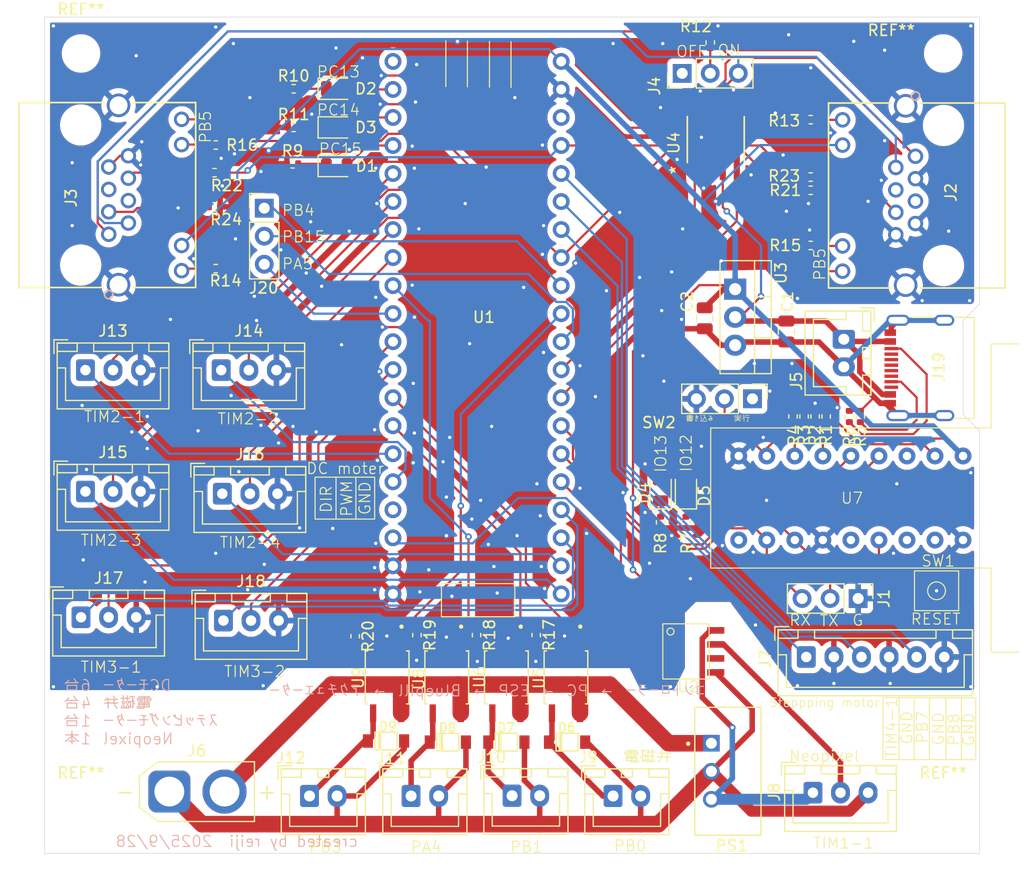
<source format=kicad_pcb>
(kicad_pcb (version 20240108) (generator "pcbnew") (generator_version "8.0")
  (layers (0 "F.Cu" signal) (31 "B.Cu" signal) (34 "B.Paste" user) (35 "F.Paste" user) (36 "B.SilkS" user "B.Silkscreen") (37 "F.SilkS" user "F.Silkscreen") (38 "B.Mask" user) (39 "F.Mask" user) (44 "Edge.Cuts" user))
  (net 0 "")
  (net 1 "+5V")
  (net 2 "+3V3")
  (net 3 "Net-(D1-A)")
  (net 4 "Net-(D1-K)")
  (net 5 "Net-(D2-A)")
  (net 6 "other_1")
  (net 7 "Net-(D2-K)")
  (net 8 "Net-(D3-A)")
  (net 9 "Net-(D3-K)")
  (net 10 "Net-(D6-K)")
  (net 11 "Net-(D7-K)")
  (net 12 "Net-(D8-K)")
  (net 13 "Net-(D9-K)")
  (net 14 "24V_GND")
  (net 15 "UART_1")
  (net 16 "UART_2")
  (net 17 "Net-(U4-CANH)")
  (net 18 "other_3")
  (net 19 "Net-(J2-Pad6)")
  (net 22 "Net-(J2-Pad9)")
  (net 23 "Net-(J4-Pin_3)")
  (net 24 "Net-(J2-Pad11)")
  (net 25 "CAN_LED_Yello")
  (net 26 "other_2")
  (net 27 "Net-(J3-Pad11)")
  (net 28 "Net-(J3-Pad9)")
  (net 29 "Net-(J4-Pin_2)")
  (net 30 "+24V")
  (net 31 "Net-(J7-Pin_1)")
  (net 32 "Net-(J7-Pin_3)")
  (net 33 "Net-(J7-Pin_5)")
  (net 34 "Net-(J3-Pad6)")
  (net 40 "Net-(J8-Pin_2)")
  (net 41 "Net-(J13-Pin_2)")
  (net 42 "DC_DIR_1")
  (net 43 "Net-(J14-Pin_2)")
  (net 44 "DC_DIR_2")
  (net 45 "DC_DIR_3")
  (net 46 "Net-(J15-Pin_2)")
  (net 47 "Net-(J16-Pin_2)")
  (net 48 "DC_DIR_4")
  (net 49 "DC_DIR_5")
  (net 50 "Net-(J17-Pin_2)")
  (net 51 "DC_DIR_6")
  (net 52 "Net-(J18-Pin_2)")
  (net 54 "Net-(J8-Pin_1)")
  (net 55 "Net-(J19-CC1)")
  (net 56 "Net-(J19-CC2)")
  (net 57 "Net-(R17-Pad1)")
  (net 58 "Net-(R18-Pad1)")
  (net 59 "Net-(R19-Pad1)")
  (net 60 "Net-(R20-Pad1)")
  (net 61 "Net-(U4-RXD)")
  (net 62 "Net-(D4-K)")
  (net 63 "Net-(D4-A)")
  (net 64 "Net-(D5-K)")
  (net 65 "Net-(D5-A)")
  (net 66 "denji_4")
  (net 67 "GND")
  (net 68 "denji_2")
  (net 69 "Net-(U4-TXD)")
  (net 70 "denji_1")
  (net 71 "EMS")
  (net 72 "neopixel_tim")
  (net 78 "denji_3")
  (net 79 "Net-(U7-EN)")
  (net 80 "Net-(U7-IO15)")
  (net 81 "Net-(U7-IO2)")
  (net 82 "Net-(SW2A-B)")
  (net 83 "Net-(U7-RST)")
  (footprint "Connector_JST:JST_XH_B3B-XH-A_1x03_P2.50mm_Vertical" (layer "F.Cu") (at 36 52)
    (property "Reference" "J14")
    (property "Value" "XH_DC_2")
  )
  (footprint "LED_SMD:LED_0805_2012Metric" (layer "F.Cu") (at 46.46 30)
    (property "Reference" "D3")
    (property "Value" "Y")
  )
  (footprint "my_Library:RJHSE-5381 LAN_port" (layer "F.Cu") (at 25.811 39.684 -90)
    (property "Reference" "J3")
    (property "Value" "8P8C_LED_Shielded" (hide yes))
  )
  (footprint "MountingHole:MountingHole_3mm" (layer "F.Cu") (at 101.4 23.3)
    (property "Reference" "REF**")
    (property "Value" "MountingHole_3mm")
  )
  (footprint "Connector_PinHeader_2.54mm:PinHeader_1x03_P2.54mm_Vertical" (layer "F.Cu") (at 84.125 54.6 -90)
    (property "Reference" "SW2")
    (property "Value" "SW_DPDT_x2")
  )
  (footprint "my_Library:SOD-123FL" (layer "F.Cu") (at 67.33 85.7175 180)
    (property "Reference" "D6")
    (property "Value" "D")
  )
  (footprint "Resistor_SMD:R_0402_1005Metric" (layer "F.Cu") (at 42.56 26.5)
    (property "Reference" "R10")
    (property "Value" "470")
  )
  (footprint "Connector_JST:JST_XH_B2B-XH-A_1x02_P2.50mm_Vertical" (layer "F.Cu") (at 44 90.6)
    (property "Reference" "J12")
    (property "Value" "XH_denji_4")
  )
  (footprint "Resistor_SMD:R_0402_1005Metric" (layer "F.Cu") (at 42.56 30)
    (property "Reference" "R11")
    (property "Value" "470")
  )
  (footprint "Resistor_SMD:R_0402_1005Metric" (layer "F.Cu") (at 35.51 31.6)
    (property "Reference" "R16")
    (property "Value" "1k")
  )
  (footprint "Resistor_SMD:R_0402_1005Metric" (layer "F.Cu") (at 80.3 22.3 90)
    (property "Reference" "R12")
    (property "Value" "120")
  )
  (footprint "Resistor_SMD:R_0402_1005Metric" (layer "F.Cu") (at 87.8 56.2 -90)
    (property "Reference" "R4")
    (property "Value" "10k")
  )
  (footprint "my_Library:RJHSE-5381 LAN_port" (layer "F.Cu") (at 98.889 32.616 90)
    (property "Reference" "J2")
    (property "Value" "8P8C_LED_Shielded" (hide yes))
  )
  (footprint "Resistor_SMD:R_0402_1005Metric" (layer "F.Cu") (at 93.9 56.2 90)
    (property "Reference" "R5")
    (property "Value" "5.1k")
  )
  (footprint "LED_SMD:LED_0805_2012Metric" (layer "F.Cu") (at 75.8 62.9 90)
    (property "Reference" "D4")
    (property "Value" "R")
  )
  (footprint "my_Library:SOIC254P700X220-4N" (layer "F.Cu") (at 61.83 79.85 -90)
    (property "Reference" "U6")
    (property "Value" "TLP172AM_TPR_E")
  )
  (footprint "my_Library:CONV_LMP78_05-1.0" (layer "F.Cu") (at 81.9 88.36 -90)
    (property "Reference" "PS1")
    (property "Value" "LMP78_05-1.0")
  )
  (footprint "Resistor_SMD:R_0402_1005Metric" (layer "F.Cu") (at 78.1 65.8 90)
    (property "Reference" "R7")
    (property "Value" "470")
  )
  (footprint "Resistor_SMD:R_0402_1005Metric" (layer "F.Cu") (at 89.4 40.7 180)
    (property "Reference" "R15")
    (property "Value" "1k")
  )
  (footprint "Connector_JST:JST_XH_B3B-XH-A_1x03_P2.50mm_Vertical" (layer "F.Cu") (at 36.1 63.2)
    (property "Reference" "J16")
    (property "Value" "XH_DC_4")
  )
  (footprint "Resistor_SMD:R_0402_1005Metric" (layer "F.Cu") (at 89.4 35.7)
    (property "Reference" "R21")
    (property "Value" "1k")
  )
  (footprint "Connector_JST:JST_XH_B3B-XH-A_1x03_P2.50mm_Vertical" (layer "F.Cu") (at 89.6 90.3)
    (property "Reference" "J8")
    (property "Value" "XH_neopixel")
  )
  (footprint "Resistor_SMD:R_0402_1005Metric" (layer "F.Cu") (at 89.4 34.5)
    (property "Reference" "R23")
    (property "Value" "100k")
  )
  (footprint "my_Library:SOD-123FL" (layer "F.Cu") (at 50.93 85.6175 180)
    (property "Reference" "D9")
    (property "Value" "D")
  )
  (footprint "Resistor_SMD:R_0402_1005Metric" (layer "F.Cu") (at 59.13 76.0175 -90)
    (property "Reference" "R18")
    (property "Value" "470")
  )
  (footprint "Connector_PinHeader_2.54mm:PinHeader_1x03_P2.54mm_Vertical" (layer "F.Cu") (at 93.7 72.7 -90)
    (property "Reference" "J1")
    (property "Value" "UART_PIN")
  )
  (footprint "my_Library:SOIC8_4P9X3P9MC_MCH-M" (layer "F.Cu") (at 80.8 31.1 90)
    (property "Reference" "U4")
    (property "Value" "ATA6561-GAQW")
  )
  (footprint "Connector_PinHeader_2.54mm:PinHeader_1x03_P2.54mm_Vertical" (layer "F.Cu") (at 39.9 37.32)
    (property "Reference" "J20")
    (property "Value" "Conn_01x03_Pin")
  )
  (footprint "LED_SMD:LED_0805_2012Metric" (layer "F.Cu") (at 46.46 26.5)
    (property "Reference" "D2")
    (property "Value" "G")
  )
  (footprint "Connector_JST:JST_XH_B2B-XH-A_1x02_P2.50mm_Vertical" (layer "F.Cu") (at 53.2 90.6)
    (property "Reference" "J11")
    (property "Value" "XH_denji_3")
  )
  (footprint "Resistor_SMD:R_0402_1005Metric" (layer "F.Cu") (at 89.8 56.2 -90)
    (property "Reference" "R2")
    (property "Value" "10k")
  )
  (footprint "Connector_JST:JST_XH_B3B-XH-A_1x03_P2.50mm_Vertical" (layer "F.Cu") (at 36.2 74.7)
    (property "Reference" "J18")
    (property "Value" "XH_DC_6")
  )
  (footprint "my_Library:SI8621AB" (layer "F.Cu") (at 78.1 77.495)
    (property "Reference" "U2")
    (property "Value" "SI8621AB")
  )
  (footprint "my_Library:SOIC254P700X220-4N" (layer "F.Cu") (at 67.23 79.85 -90)
    (property "Reference" "U5")
    (property "Value" "TLP172AM_TPR_E")
  )
  (footprint "Connector_JST:JST_XH_B2B-XH-A_1x02_P2.50mm_Vertical" (layer "F.Cu") (at 71.5 90.6)
    (property "Reference" "J9")
    (property "Value" "XH_denji_1")
  )
  (footprint "Resistor_SMD:R_0402_1005Metric" (layer "F.Cu") (at 35.4 34.1 180)
    (property "Reference" "R22")
    (property "Value" "1k")
  )
  (footprint "my_Library:SOIC254P700X220-4N" (layer "F.Cu") (at 56.43 79.85 -90)
    (property "Reference" "U8")
    (property "Value" "TLP172AM_TPR_E")
  )
  (footprint "Resistor_SMD:R_0402_1005Metric" (layer "F.Cu") (at 35.39 37.2 180)
    (property "Reference" "R24")
    (property "Value" "100k")
  )
  (footprint "MountingHole:MountingHole_3mm" (layer "F.Cu") (at 23.3 92.5)
    (property "Reference" "REF**")
    (property "Value" "MountingHole_3mm")
  )
  (footprint "Connector_JST:JST_XH_B2B-XH-A_1x02_P2.50mm_Vertical" (layer "F.Cu") (at 92.4 49.2 -90)
    (property "Reference" "J5")
    (property "Value" "XH_5V")
  )
  (footprint "my_Library:TS-1088-AR02016" (layer "F.Cu") (at 100.8 72)
    (property "Reference" "SW1")
    (property "Value" "SW_Push")
  )
  (footprint "Connector_PinHeader_2.54mm:PinHeader_1x03_P2.54mm_Vertical" (layer "F.Cu") (at 77.76 25.1 90)
    (property "Reference" "J4")
    (property "Value" "terminal_R_PIN")
  )
  (footprint "Resistor_SMD:R_0402_1005Metric" (layer "F.Cu") (at 35.5 42.8)
    (property "Reference" "R14")
    (property "Value" "4.7k")
  )
  (footprint "Capacitor_SMD:C_0805_2012Metric" (layer "F.Cu") (at 79.8 47.3 -90)
    (property "Reference" "C2")
    (property "Value" "0.1")
  )
  (footprint "LED_SMD:LED_0805_2012Metric" (layer "F.Cu") (at 78.1 62.9 90)
    (property "Reference" "D5")
    (property "Value" "G")
  )
  (footprint "Resistor_SMD:R_0402_1005Metric" (layer "F.Cu") (at 92.9 56.2 90)
    (property "Reference" "R6")
    (property "Value" "5.1k")
  )
  (footprint "Connector_JST:JST_XH_B3B-XH-A_1x03_P2.50mm_Vertical" (layer "F.Cu") (at 23.7 63)
    (property "Reference" "J15")
    (property "Value" "XH_DC_3")
  )
  (footprint "Resistor_SMD:R_0402_1005Metric" (layer "F.Cu") (at 64.53 76.0175 -90)
    (property "Reference" "R17")
    (property "Value" "470")
  )
  (footprint "Resistor_SMD:R_0402_1005Metric" (layer "F.Cu") (at 89.4 29.3 180)
    (property "Reference" "R13")
    (property "Value" "4.7k")
  )
  (footprint "Resistor_SMD:R_0402_1005Metric" (layer "F.Cu") (at 88.8 56.2 -90)
    (property "Reference" "R3")
    (property "Value" "10k")
  )
  (footprint "my_Library:blue_pill" (layer "F.Cu") (at 57.275 51.325 180)
    (property "Reference" "U1")
    (property "Value" "BP")
  )
  (footprint "Connector_JST:JST_XH_B6B-XH-A_1x06_P2.50mm_Vertical" (layer "F.Cu") (at 89 78)
    (property "Reference" "J7")
    (property "Value" "XH_stepping")
  )
  (footprint "Connector_JST:JST_XH_B2B-XH-A_1x02_P2.50mm_Vertical" (layer "F.Cu") (at 62.35 90.575)
    (property "Reference" "J10")
    (property "Value" "XHdenji_2")
  )
  (footprint "my_Library:SOD-123FL" (layer "F.Cu") (at 56.53 85.7175 180)
    (property "Reference" "D8")
    (property "Value" "D")
  )
  (footprint "Connector_USB:USB_C_Receptacle_G-Switch_GT-USB-7010ASV" (layer "F.Cu") (at 100.425 51.8 90)
    (property "Reference" "J19")
    (property "Value" "USB_C_Receptacle_PowerOnly_24P")
  )
  (footprint "MountingHole:MountingHole_3mm" (layer "F.Cu") (at 101.4 92.5)
    (property "Reference" "REF**")
    (property "Value" "MountingHole_3mm")
  )
  (footprint "Connector_JST:JST_XH_B3B-XH-A_1x03_P2.50mm_Vertical" (layer "F.Cu") (at 23.7 52)
    (property "Reference" "J13")
    (property "Value" "XH_DC_1")
  )
  (footprint "Resistor_SMD:R_0402_1005Metric" (layer "F.Cu") (at 48.13 76.1175 -90)
    (property "Reference" "R20")
    (property "Value" "470")
  )
  (footprint "Capacitor_SMD:C_0805_2012Metric" (layer "F.Cu") (at 87.2 48.5 -90)
    (property "Reference" "C1")
    (property "Value" "0.1")
  )
  (footprint "MountingHole:MountingHole_3mm" (layer "F.Cu") (at 23.3 23.3)
    (property "Reference" "REF**")
    (property "Value" "MountingHole_3mm")
  )
  (footprint "Resistor_SMD:R_0402_1005Metric" (layer "F.Cu") (at 90.8 56.2 -90)
    (property "Reference" "R1")
    (property "Value" "10k")
  )
  (footprint "LED_SMD:LED_0805_2012Metric" (layer "F.Cu") (at 46.46 33.5)
    (property "Reference" "D1")
    (property "Value" "R")
  )
  (footprint "Package_TO_SOT_THT:TO-220-3_Vertical" (layer "F.Cu") (at 82.555 44.66 -90)
    (property "Reference" "U3")
    (property "Value" "NJU7223F33")
  )
  (footprint "Resistor_SMD:R_0402_1005Metric" (layer "F.Cu") (at 42.46 33.3)
    (property "Reference" "R9")
    (property "Value" "470")
  )
  (footprint "my_Library:SOIC254P700X220-4N" (layer "F.Cu") (at 51.03 79.85 -90)
    (property "Reference" "U9")
    (property "Value" "TLP172AM_TPR_E")
  )
  (footprint "Resistor_SMD:R_0402_1005Metric" (layer "F.Cu") (at 75.8 65.8 90)
    (property "Reference" "R8")
    (property "Value" "470")
  )
  (footprint "my_Library:esp-wroom-02" (layer "F.Cu") (at 103.2 59.78 -90)
    (property "Reference" "U7")
    (property "Value" "esp-wroom-02")
  )
  (footprint "Connector_JST:JST_XH_B3B-XH-A_1x03_P2.50mm_Vertical" (layer "F.Cu") (at 23.3 74.4)
    (property "Reference" "J17")
    (property "Value" "XH_DC_5")
  )
  (footprint "my_Library:SOD-123FL" (layer "F.Cu") (at 61.83 85.7175 180)
    (property "Reference" "D7")
    (property "Value" "D")
  )
  (footprint "Connector_AMASS:AMASS_XT30U-F_1x02_P5.0mm_Vertical" (layer "F.Cu") (at 31.3 90.2)
    (property "Reference" "J6")
    (property "Value" "XT_24V")
  )
  (footprint "Resistor_SMD:R_0402_1005Metric" (layer "F.Cu") (at 53.73 76.0175 -90)
    (property "Reference" "R19")
    (property "Value" "470")
  )
  (gr_line (start 46.4 61.7) (end 46.4 65.5) (stroke (width 0.1)) (layer "F.SilkS"))
  (gr_line (start 103.05 87.25) (end 103.05 81.65) (stroke (width 0.1)) (layer "F.SilkS"))
  (gr_line (start 104.35 87.3) (end 104.35 81.7) (stroke (width 0.1)) (layer "F.SilkS"))
  (gr_line (start 58.3 26.325) (end 58.3 22.175) (stroke (width 0.1)) (layer "F.SilkS"))
  (gr_rect (start 44.5 61.7) (end 49.9 65.5) (stroke (width 0.1)) (fill none) (layer "F.SilkS"))
  (gr_line (start 98.775 87.3) (end 98.775 81.675) (stroke (width 0.1)) (layer "F.SilkS"))
  (gr_line (start 101.65 81.75) (end 101.65 87.35) (stroke (width 0.1)) (layer "F.SilkS"))
  (gr_line (start 56.35 26.3) (end 56.35 22.15) (stroke (width 0.1)) (layer "F.SilkS"))
  (gr_line (start 104.35 81.7) (end 95.95 81.675) (stroke (width 0.1)) (layer "F.SilkS"))
  (gr_rect (start 55.95 71.35) (end 62.6 74.35) (stroke (width 0.1)) (fill none) (layer "F.SilkS"))
  (gr_line (start 62.25 26.375) (end 62.25 22.225) (stroke (width 0.1)) (layer "F.SilkS"))
  (gr_line (start 95.95 87.3) (end 104.35 87.3) (stroke (width 0.1)) (layer "F.SilkS"))
  (gr_line (start 60.3 26.35) (end 60.3 22.2) (stroke (width 0.1)) (layer "F.SilkS"))
  (gr_line (start 100.15 81.6875) (end 100.15 87.3) (stroke (width 0.1)) (layer "F.SilkS"))
  (gr_line (start 97.4 81.65) (end 97.4 87.3) (stroke (width 0.1)) (layer "F.SilkS"))
  (gr_line (start 95.95 81.675) (end 95.95 87.3) (stroke (width 0.1)) (layer "F.SilkS"))
  (gr_line (start 48.2 65.5) (end 48.2 61.7) (stroke (width 0.1)) (layer "F.SilkS"))
  (gr_line (start 104.7 46) (end 103.2 47.5) (stroke (width 0.05)) (layer "Edge.Cuts"))
  (gr_line (start 103.2 47.5) (end 103.2 56) (stroke (width 0.05)) (layer "Edge.Cuts"))
  (gr_line (start 104.7 20) (end 104.7 46) (stroke (width 0.05)) (layer "Edge.Cuts"))
  (gr_line (start 104.7 57.5) (end 104.7 95.8) (stroke (width 0.05)) (layer "Edge.Cuts"))
  (gr_line (start 104.7 95.8) (end 20 95.8) (stroke (width 0.05)) (layer "Edge.Cuts"))
  (gr_line (start 20 20) (end 104.7 20) (stroke (width 0.05)) (layer "Edge.Cuts"))
  (gr_line (start 20 95.8) (end 20 20) (stroke (width 0.05)) (layer "Edge.Cuts"))
  (gr_line (start 103.2 56) (end 104.7 57.5) (stroke (width 0.05)) (layer "Edge.Cuts"))
  (gr_text "コントローラー　→　PC　→　ESP　→　Bluepill　→　アクチュエーター" (at 80 81.65 0) (layer "B.SilkS") (effects (font (size 1 1) (thickness 0.1)) (justify left bottom mirror)))
  (gr_text "created by reiji  2025/9/28" (at 48.45 95.3 0) (layer "B.SilkS") (effects (font (size 1 1) (thickness 0.1)) (justify left bottom mirror)))
  (gr_text "DCモーター　６台\n電磁弁　４台\nステッピングモーター　１台\nNeopixel　１本\n" (at 21.65 86 0) (layer "B.SilkS") (effects (font (size 1 1) (thickness 0.1)) (justify right bottom mirror)))
  (gr_text "TIM3-2" (at 36.2 79.9 0) (layer "F.SilkS") (effects (font (size 1 1) (thickness 0.1)) (justify left bottom)))
  (gr_text "TIM2-3" (at 23.2 68 0) (layer "F.SilkS") (effects (font (size 1 1) (thickness 0.1)) (justify left bottom)))
  (gr_text "DC moter" (at 43.65 61.5 0) (layer "F.SilkS") (effects (font (size 1 1) (thickness 0.1)) (justify left bottom)))
  (gr_text "TIM3-1" (at 23.2 79.5 0) (layer "F.SilkS") (effects (font (size 1 1) (thickness 0.1)) (justify left bottom)))
  (gr_text "PB1" (at 62.1 95.8 0) (layer "F.SilkS") (effects (font (size 1 1) (thickness 0.1)) (justify left bottom)))
  (gr_text "Neopixel" (at 87.375 87.55 0) (layer "F.SilkS") (effects (font (size 1 1) (thickness 0.1)) (justify left bottom)))
  (gr_text "IO13" (at 76.4 61.35 90) (layer "F.SilkS") (effects (font (size 1 1) (thickness 0.1)) (justify left bottom)))
  (gr_text "TIM4-1" (at 97.3 87.25 90) (layer "F.SilkS") (effects (font (size 1 1) (thickness 0.1)) (justify left bottom)))
  (gr_text "PC14" (at 44.6 29 0) (layer "F.SilkS") (effects (font (size 1 1) (thickness 0.1)) (justify left bottom)))
  (gr_text "ON" (at 80.9 23.6 0) (layer "F.SilkS") (effects (font (size 1 1) (thickness 0.1)) (justify left bottom)))
  (gr_text "PC13" (at 44.6 25.55 0) (layer "F.SilkS") (effects (font (size 1 1) (thickness 0.1)) (justify left bottom)))
  (gr_text "RX" (at 87.4 75.25 0) (layer "F.SilkS") (effects (font (size 1 1) (thickness 0.1)) (justify left bottom)))
  (gr_text "PA5" (at 41.45 42.95 0) (layer "F.SilkS") (effects (font (size 1 1) (thickness 0.1)) (justify left bottom)))
  (gr_text "Steppping motor" (at 85.6 82.6 0) (layer "F.SilkS") (effects (font (size 0.8 0.8) (thickness 0.08)) (justify left bottom)))
  (gr_text "PWM" (at 47.95 65.35 90) (layer "F.SilkS") (effects (font (size 1 1) (thickness 0.1)) (justify left bottom)))
  (gr_text "PC15" (at 44.775 32.54 0) (layer "F.SilkS") (effects (font (size 1 1) (thickness 0.1)) (justify left bottom)))
  (gr_text "G" (at 93.1 75.25 0) (layer "F.SilkS") (effects (font (size 1 1) (thickness 0.1)) (justify left bottom)))
  (gr_text "PB4" (at 41.45 38.1 0) (layer "F.SilkS") (effects (font (size 1 1) (thickness 0.1)) (justify left bottom)))
  (gr_text "GND" (at 49.6 65.2 90) (layer "F.SilkS") (effects (font (size 1 1) (thickness 0.1)) (justify left bottom)))
  (gr_text "PB7" (at 100.1 85.9 90) (layer "F.SilkS") (effects (font (size 1 1) (thickness 0.1)) (justify left bottom)))
  (gr_text "PA4" (at 53.1 95.8 0) (layer "F.SilkS") (effects (font (size 1 1) (thickness 0.1)) (justify left bottom)))
  (gr_text "RESET" (at 98.4 75.15 0) (layer "F.SilkS") (effects (font (size 1 1) (thickness 0.1)) (justify left bottom)))
  (gr_text "PB0" (at 71.5 95.7 0) (layer "F.SilkS") (effects (font (size 1 1) (thickness 0.1)) (justify left bottom)))
  (gr_text "PB15" (at 41.45 40.5 0) (layer "F.SilkS") (effects (font (size 1 1) (thickness 0.1)) (justify left bottom)))
  (gr_text "TIM2-2" (at 35.6 57 0) (layer "F.SilkS") (effects (font (size 1 1) (thickness 0.1)) (justify left bottom)))
  (gr_text "PB5" (at 35.15 31.5 90) (layer "F.SilkS") (effects (font (size 1 1) (thickness 0.1)) (justify left bottom)))
  (gr_text "DIR" (at 46.1 65 90) (layer "F.SilkS") (effects (font (size 1 1) (thickness 0.1)) (justify left bottom)))
  (gr_text "TIM1-1" (at 89.55 95.45 0) (layer "F.SilkS") (effects (font (size 1 1) (thickness 0.1)) (justify left bottom)))
  (gr_text "PB8" (at 102.95 86.1 90) (layer "F.SilkS") (effects (font (size 1 1) (thickness 0.1)) (justify left bottom)))
  (gr_text "TX" (at 90.15 75.3 0) (layer "F.SilkS") (effects (font (size 1 1) (thickness 0.1)) (justify left bottom)))
  (gr_text "書き込み" (at 78.05 56.7 0) (layer "F.SilkS") (effects (font (size 0.5 0.5) (thickness 0.05)) (justify left bottom)))
  (gr_text "TIM2-1" (at 23.5 56.8 0) (layer "F.SilkS") (effects (font (size 1 1) (thickness 0.1)) (justify left bottom)))
  (gr_text "OFF" (at 77.15 23.7 0) (layer "F.SilkS") (effects (font (size 1 1) (thickness 0.1)) (justify left bottom)))
  (gr_text "GND" (at 104.3 86.15 90) (layer "F.SilkS") (effects (font (size 1 1) (thickness 0.1)) (justify left bottom)))
  (gr_text "PB3" (at 43.9 95.8 0) (layer "F.SilkS") (effects (font (size 1 1) (thickness 0.1)) (justify left bottom)))
  (gr_text "実行" (at 82.4 56.7 0) (layer "F.SilkS") (effects (font (size 0.5 0.5) (thickness 0.05)) (justify left bottom)))
  (gr_text "TIM2-4" (at 35.8 68.2 0) (layer "F.SilkS") (effects (font (size 1 1) (thickness 0.1)) (justify left bottom)))
  (gr_text "GND" (at 101.55 86.1 90) (layer "F.SilkS") (effects (font (size 1 1) (thickness 0.1)) (justify left bottom)))
  (gr_text "電磁弁" (at 72.4 87.65 0) (layer "F.SilkS") (effects (font (size 1 1) (thickness 0.1)) (justify left bottom)))
  (gr_text "GND" (at 98.7 86 90) (layer "F.SilkS") (effects (font (size 1 1) (thickness 0.1)) (justify left bottom)))
  (gr_text "IO12" (at 78.7 61.3 90) (layer "F.SilkS") (effects (font (size 1 1) (thickness 0.1)) (justify left bottom)))
  (gr_text "PB5" (at 90.8 43.95 90) (layer "F.SilkS") (effects (font (size 1 1) (thickness 0.1)) (justify left bottom)))
  (segment (start 92.4 49.2) (end 90.75 47.55) (width 0.5) (layer "F.Cu") (net 1))
  (segment (start 81.435 33.6146) (end 81.435 37.235) (width 0.2) (layer "F.Cu") (net 1))
  (segment (start 87.2 47.55) (end 82.905 47.55) (width 0.5) (layer "F.Cu") (net 1))
  (segment (start 81.435 37.235) (end 81.8 37.6) (width 0.2) (layer "F.Cu") (net 1))
  (segment (start 82.905 47.55) (end 82.555 47.2) (width 0.5) (layer "F.Cu") (net 1))
  (segment (start 96.7 54.2) (end 95.88995 54.2) (width 0.5) (layer "F.Cu") (net 1))
  (segment (start 83 47.2) (end 82.555 47.2) (width 0.2) (layer "F.Cu") (net 1))
  (segment (start 93.85 50.65) (end 92.4 49.2) (width 0.5) (layer "F.Cu") (net 1))
  (segment (start 95.88995 54.2) (end 93.85 52.16005) (width 0.5) (layer "F.Cu") (net 1))
  (segment (start 96.7 49.4) (end 92.6 49.4) (width 0.5) (layer "F.Cu") (net 1))
  (segment (start 93.85 52.16005) (end 93.85 50.65) (width 0.5) (layer "F.Cu") (net 1))
  (segment (start 84.9 45.3) (end 83 47.2) (width 0.2) (layer "F.Cu") (net 1))
  (segment (start 92.4 49.2) (end 92.2 49.2) (width 0.5) (layer "F.Cu") (net 1))
  (segment (start 90.75 47.55) (end 87.2 47.55) (width 0.5) (layer "F.Cu") (net 1))
  (segment (start 92.6 49.4) (end 92.4 49.2) (width 0.5) (layer "F.Cu") (net 1))
  (via (at 84.9 45.3) (size 0.6) (drill 0.3) (layers "F.Cu" "B.Cu") (net 1))
  (via (at 81.8 37.6) (size 0.6) (drill 0.3) (layers "F.Cu" "B.Cu") (net 1))
  (segment (start 84.9 40.7) (end 84.9 45.3) (width 0.2) (layer "B.Cu") (net 1))
  (segment (start 81.8 37.6) (end 84.9 40.7) (width 0.2) (layer "B.Cu") (net 1))
  (segment (start 72.8084 30.0284) (end 66.8 24.02) (width 0.2) (layer "F.Cu") (net 2))
  (segment (start 88.8 55.69) (end 87.8 55.69) (width 0.2) (layer "F.Cu") (net 2))
  (segment (start 73.3 50.3) (end 79.3 44.3) (width 0.2) (layer "F.Cu") (net 2))
  (segment (start 82.195 44.3) (end 82.555 44.66) (width 0.2) (layer "F.Cu") (net 2))
  (segment (start 88.8 55.151471) (end 88.8 55.69) (width 0.2) (layer "F.Cu") (net 2))
  (segment (start 93.31 58.2) (end 101.62 58.2) (width 0.2) (layer "F.Cu") (net 2))
  (segment (start 79.3 44.3) (end 82.195 44.3) (width 0.2) (layer "F.Cu") (net 2))
  (segment (start 81.49 44.66) (end 79.8 46.35) (width 0.5) (layer "F.Cu") (net 2))
  (segment (start 82.555 44.66) (end 81.49 44.66) (width 0.5) (layer "F.Cu") (net 2))
  (segment (start 90.048529 54.4) (end 89.551471 54.4) (width 0.2) (layer "F.Cu") (net 2))
  (segment (start 82.705 28.5854) (end 82.705 29.449) (width 0.2) (layer "F.Cu") (net 2))
  (segment (start 90.8 55.69) (end 93.31 58.2) (width 0.2) (layer "F.Cu") (net 2))
  (segment (start 89.551471 54.4) (end 88.8 55.151471) (width 0.2) (layer "F.Cu") (net 2))
  (segment (start 101.62 58.2) (end 103.2 59.78) (width 0.2) (layer "F.Cu") (net 2))
  (segment (start 82.1256 30.0284) (end 72.8084 30.0284) (width 0.2) (layer "F.Cu") (net 2))
  (segment (start 82.705 29.449) (end 82.1256 30.0284) (width 0.2) (layer "F.Cu") (net 2))
  (segment (start 75.4 72.2) (end 73.3 70.1) (width 0.2) (layer "F.Cu") (net 2))
  (segment (start 90.8 55.69) (end 90.8 55.151471) (width 0.2) (layer "F.Cu") (net 2))
  (segment (start 73.3 63.6) (end 73.3 50.3) (width 0.2) (layer "F.Cu") (net 2))
  (segment (start 90.8 55.151471) (end 90.048529 54.4) (width 0.2) (layer "F.Cu") (net 2))
  (segment (start 75.4 75.59) (end 75.4 72.2) (width 0.2) (layer "F.Cu") (net 2))
  (via (at 73.3 63.6) (size 0.6) (drill 0.3) (layers "F.Cu" "B.Cu") (net 2))
  (via (at 73.3 70.1) (size 0.6) (drill 0.3) (layers "F.Cu" "B.Cu") (net 2))
  (segment (start 52.06 67.7) (end 51.56 67.2) (width 0.2) (layer "B.Cu") (net 2))
  (segment (start 82.555 39.775) (end 79.59 36.81) (width 0.5) (layer "B.Cu") (net 2))
  (segment (start 82.555 44.66) (end 94.965 57.07) (width 0.5) (layer "B.Cu") (net 2))
  (segment (start 62.88 63.598) (end 58.778 67.7) (width 0.2) (layer "B.Cu") (net 2))
  (segment (start 37.457 33.994471) (end 48.551471 22.9) (width 0.2) (layer "B.Cu") (net 2))
  (segment (start 67.239895 63.598) (end 62.88 63.598) (width 0.2) (layer "B.Cu") (net 2))
  (segment (start 73.3 70.1) (end 73.3 69.658105) (width 0.2) (layer "B.Cu") (net 2))
  (segment (start 94.965 57.07) (end 100.49 57.07) (width 0.5) (layer "B.Cu") (net 2))
  (segment (start 58.778 67.7) (end 52.06 67.7) (width 0.2) (layer "B.Cu") (net 2))
  (segment (start 92.285 31.6) (end 84.8 31.6) (width 0.2) (layer "B.Cu") (net 2))
  (segment (start 82.555 44.66) (end 82.555 39.775) (width 0.5) (layer "B.Cu") (net 2))
  (segment (start 48.551471 22.9) (end 65.68 22.9) (width 0.2) (layer "B.Cu") (net 2))
  (segment (start 84.8 31.6) (end 79.59 36.81) (width 0.2) (layer "B.Cu") (net 2))
  (segment (start 79.59 36.81) (end 66.8 24.02) (width 0.5) (layer "B.Cu") (net 2))
  (segment (start 100.49 57.07) (end 103.2 59.78) (width 0.5) (layer "B.Cu") (net 2))
  (segment (start 37.457 35.658) (end 37.457 33.994471) (width 0.2) (layer "B.Cu") (net 2))
  (segment (start 73.3 69.658105) (end 67.239895 63.598) (width 0.2) (layer "B.Cu") (net 2))
  (segment (start 73.3 70.1) (end 73.3 63.6) (width 0.2) (layer "B.Cu") (net 2))
  (segment (start 32.415 40.7) (end 37.457 35.658) (width 0.2) (layer "B.Cu") (net 2))
  (segment (start 65.68 22.9) (end 66.8 24.02) (width 0.2) (layer "B.Cu") (net 2))
  (segment (start 49.2575 31.64) (end 47.3975 33.5) (width 0.2) (layer "F.Cu") (net 3))
  (segment (start 51.56 31.64) (end 49.2575 31.64) (width 0.2) (layer "F.Cu") (net 3))
  (segment (start 42.97 33.3) (end 45.3225 33.3) (width 0.2) (layer "F.Cu") (net 4))
  (segment (start 45.3225 33.3) (end 45.5225 33.5) (width 0.2) (layer "F.Cu") (net 4))
  (segment (start 47.4575 26.56) (end 47.3975 26.5) (width 0.2) (layer "F.Cu") (net 5))
  (segment (start 51.56 26.56) (end 47.4575 26.56) (width 0.2) (layer "F.Cu") (net 5))
  (segment (start 44.38 46.88) (end 39.9 42.4) (width 0.2) (layer "B.Cu") (net 6))
  (segment (start 51.56 46.88) (end 44.38 46.88) (width 0.2) (layer "B.Cu") (net 6))
  (segment (start 43.07 26.5) (end 45.5225 26.5) (width 0.2) (layer "F.Cu") (net 7))
  (segment (start 47.3975 30) (end 48.2975 29.1) (width 0.2) (layer "F.Cu") (net 8))
  (segment (start 48.2975 29.1) (end 51.56 29.1) (width 0.2) (layer "F.Cu") (net 8))
  (segment (start 43.07 30) (end 45.5225 30) (width 0.2) (layer "F.Cu") (net 9))
  (segment (start 65.6917 85.7175) (end 70.5742 90.6) (width 0.5) (layer "F.Cu") (net 10))
  (segment (start 65.96 83.1) (end 65.96 85.4492) (width 0.5) (layer "F.Cu") (net 10))
  (segment (start 65.96 85.4492) (end 65.6917 85.7175) (width 0.5) (layer "F.Cu") (net 10))
  (segment (start 70.5742 90.6) (end 71.5 90.6) (width 0.5) (layer "F.Cu") (net 10))
  (segment (start 60.56 85.3492) (end 60.1917 85.7175) (width 0.5) (layer "F.Cu") (net 11))
  (segment (start 60.56 83.1) (end 60.56 85.3492) (width 0.5) (layer "F.Cu") (net 11))
  (segment (start 60.1917 88.4167) (end 62.35 90.575) (width 0.5) (layer "F.Cu") (net 11))
  (segment (start 60.1917 85.7175) (end 60.1917 88.4167) (width 0.5) (layer "F.Cu") (net 11))
  (segment (start 55.16 85.4492) (end 54.8917 85.7175) (width 0.5) (layer "F.Cu") (net 12))
  (segment (start 53.2 90.6) (end 53.2 87.4092) (width 0.5) (layer "F.Cu") (net 12))
  (segment (start 55.16 83.1) (end 55.16 85.4492) (width 0.5) (layer "F.Cu") (net 12))
  (segment (start 53.2 87.4092) (end 54.8917 85.7175) (width 0.5) (layer "F.Cu") (net 12))
  (segment (start 49.76 85.1492) (end 49.2917 85.6175) (width 0.5) (layer "F.Cu") (net 13))
  (segment (start 48.9825 85.6175) (end 44 90.6) (width 0.5) (layer "F.Cu") (net 13))
  (segment (start 49.76 83.1) (end 49.76 85.1492) (width 0.5) (layer "F.Cu") (net 13))
  (segment (start 49.2917 85.6175) (end 48.9825 85.6175) (width 0.5) (layer "F.Cu") (net 13))
  (segment (start 31.3 90.2) (end 34.25 93.15) (width 1.5) (layer "F.Cu") (net 14))
  (segment (start 94.6 90.3) (end 92.925 91.975) (width 1) (layer "F.Cu") (net 14))
  (segment (start 46.5 90.6) (end 46.5 92.95) (width 0.5) (layer "F.Cu") (net 14))
  (segment (start 55.6 93.15) (end 64.9 93.15) (width 1.5) (layer "F.Cu") (net 14))
  (segment (start 63.4683 85.7175) (end 63.4683 89.1933) (width 0.5) (layer "F.Cu") (net 14))
  (segment (start 64.9 93.15) (end 74 93.15) (width 1.5) (layer "F.Cu") (net 14))
  (segment (start 92.925 91.975) (end 84.015 91.975) (width 1) (layer "F.Cu") (net 14))
  (segment (start 74 90.6) (end 74 93.15) (width 0.5) (layer "F.Cu") (net 14))
  (segment (start 58.1683 85.7175) (end 58.1683 88.1317) (width 0.5) (layer "F.Cu") (net 14))
  (segment (start 46.7 93.15) (end 55.6 93.15) (width 1.5) (layer "F.Cu") (net 14))
  (segment (start 46.5 92.95) (end 46.7 93.15) (width 0.5) (layer "F.Cu") (net 14))
  (segment (start 64.85 90.575) (end 64.85 93.1) (width 0.5) (layer "F.Cu") (net 14))
  (segment (start 52.5683 86.3317) (end 52.5683 85.6175) (width 0.5) (layer "F.Cu") (net 14))
  (segment (start 48.3 90.6) (end 52.5683 86.3317) (width 0.5) (layer "F.Cu") (net 14))
  (segment (start 75.61 93.15) (end 80.4 88.36) (width 1.5) (layer "F.Cu") (net 14))
  (segment (start 74 93.15) (end 75.61 93.15) (width 1.5) (layer "F.Cu") (net 14))
  (segment (start 58.1683 88.1317) (end 55.7 90.6) (width 0.5) (layer "F.Cu") (net 14))
  (segment (start 80.8 79.4) (end 84.1 82.7) (width 0.5) (layer "F.Cu") (net 14))
  (segment (start 84.1 84.66) (end 80.4 88.36) (width 0.5) (layer "F.Cu") (net 14))
  (segment (start 63.4683 89.1933) (end 64.85 90.575) (width 0.5) (layer "F.Cu") (net 14))
  (segment (start 34.25 93.15) (end 46.7 93.15) (width 1.5) (layer "F.Cu") (net 14))
  (segment (start 55.7 90.6) (end 55.7 93.05) (width 0.5) (layer "F.Cu") (net 14))
  (segment (start 69.1175 85.7175) (end 74 90.6) (width 0.5) (layer "F.Cu") (net 14))
  (segment (start 46.5 90.6) (end 48.3 90.6) (width 0.5) (layer "F.Cu") (net 14))
  (segment (start 84.015 91.975) (end 80.4 88.36) (width 1) (layer "F.Cu") (net 14))
  (segment (start 68.9683 85.7175) (end 69.1175 85.7175) (width 0.5) (layer "F.Cu") (net 14))
  (segment (start 55.7 93.05) (end 55.6 93.15) (width 0.5) (layer "F.Cu") (net 14))
  (segment (start 64.85 93.1) (end 64.9 93.15) (width 0.5) (layer "F.Cu") (net 14))
  (segment (start 84.1 82.7) (end 84.1 84.66) (width 0.5) (layer "F.Cu") (net 14))
  (segment (start 67.862 60.062) (end 75.6 67.8) (width 0.2) (layer "F.Cu") (net 15))
  (segment (start 86.498 65.938) (end 87.96 67.4) (width 0.2) (layer "F.Cu") (net 15))
  (segment (start 75.6 67.8) (end 79.6 67.8) (width 0.2) (layer "F.Cu") (net 15))
  (segment (start 79.6 67.8) (end 81.462 65.938) (width 0.2) (layer "F.Cu") (net 15))
  (segment (start 67.862 58.102) (end 67.862 60.062) (width 0.2) (layer "F.Cu") (net 15))
  (segment (start 66.8 57.04) (end 67.862 58.102) (width 0.2) (layer "F.Cu") (net 15))
  (segment (start 87.96 67.4) (end 91.16 70.6) (width 0.2) (layer "F.Cu") (net 15))
  (segment (start 87.96 67.4) (end 89.425 68.865) (width 0.2) (layer "F.Cu") (net 15))
  (segment (start 81.462 65.938) (end 86.498 65.938) (width 0.2) (layer "F.Cu") (net 15))
  (segment (start 91.16 70.6) (end 91.16 72.7) (width 0.2) (layer "F.Cu") (net 15))
  (segment (start 81.662 66.338) (end 79.8 68.2) (width 0.2) (layer "F.Cu") (net 16))
  (segment (start 75.42 68.2) (end 66.8 59.58) (width 0.2) (layer "F.Cu") (net 16))
  (segment (start 79.8 68.2) (end 75.42 68.2) (width 0.2) (layer "F.Cu") (net 16))
  (segment (start 85.42 67.4) (end 84.358 66.338) (width 0.2) (layer "F.Cu") (net 16))
  (segment (start 84.358 66.338) (end 81.662 66.338) (width 0.2) (layer "F.Cu") (net 16))
  (segment (start 85.42 69.5) (end 88.62 72.7) (width 0.2) (layer "F.Cu") (net 16))
  (segment (start 85.42 67.4) (end 85.42 69.5) (width 0.2) (layer "F.Cu") (net 16))
  (segment (start 78.1 21.5) (end 78.1 21.3) (width 0.2) (layer "F.Cu") (net 17))
  (segment (start 78.1 21.3) (end 78.3 21.3) (width 0.2) (layer "F.Cu") (net 17))
  (segment (start 77.9 21.3) (end 78.1 21.5) (width 0.2) (layer "F.Cu") (net 17))
  (segment (start 82.2 23.69) (end 82.2 23.7) (width 0.2) (layer "F.Cu") (net 17))
  (segment (start 24.8125 33.0875) (end 36.6 21.3) (width 0.2) (layer "F.Cu") (net 17))
  (segment (start 81.69 24.21) (end 81.69 25.684314) (width 0.2) (layer "F.Cu") (net 17))
  (segment (start 77.9 21.3) (end 78.1 21.3) (width 0.2) (layer "F.Cu") (net 17))
  (segment (start 25.811 39.684) (end 24.8125 38.6855) (width 0.2) (layer "F.Cu") (net 17))
  (segment (start 82.2 23.7) (end 81.69 24.21) (width 0.2) (layer "F.Cu") (net 17))
  (segment (start 24.8125 38.6855) (end 24.8125 33.0875) (width 0.2) (layer "F.Cu") (net 17))
  (segment (start 78.3 21.3) (end 78.1 21.5) (width 0.2) (layer "F.Cu") (net 17))
  (segment (start 82.2 23.7) (end 89.973 23.7) (width 0.2) (layer "F.Cu") (net 17))
  (segment (start 78.3 21.3) (end 79.8 21.3) (width 0.2) (layer "F.Cu") (net 17))
  (segment (start 80.165 27.209314) (end 80.165 28.5854) (width 0.2) (layer "F.Cu") (net 17))
  (segment (start 80.3 21.79) (end 82.2 23.69) (width 0.2) (layer "F.Cu") (net 17))
  (segment (start 79.8 21.3) (end 80.29 21.79) (width 0.2) (layer "F.Cu") (net 17))
  (segment (start 36.6 21.3) (end 77.9 21.3) (width 0.2) (layer "F.Cu") (net 17))
  (segment (start 81.69 25.684314) (end 80.165 27.209314) (width 0.2) (layer "F.Cu") (net 17))
  (segment (start 80.29 21.79) (end 80.3 21.79) (width 0.2) (layer "F.Cu") (net 17))
  (segment (start 89.973 23.7) (end 98.889 32.616) (width 0.2) (layer "F.Cu") (net 17))
  (segment (start 66.8 44.34) (end 62.782 40.322) (width 0.2) (layer "B.Cu") (net 18))
  (segment (start 40.72 37.32) (end 39.9 37.32) (width 0.2) (layer "B.Cu") (net 18))
  (segment (start 43.722 40.322) (end 40.72 37.32) (width 0.2) (layer "B.Cu") (net 18))
  (segment (start 62.782 40.322) (end 43.722 40.322) (width 0.2) (layer "B.Cu") (net 18))
  (segment (start 89.91 34.5) (end 89.91 35.7) (width 0.2) (layer "F.Cu") (net 19))
  (segment (start 89.91 35.7) (end 95.115 35.7) (width 0.2) (layer "F.Cu") (net 19))
  (segment (start 95.115 35.7) (end 97.111 37.696) (width 0.2) (layer "F.Cu") (net 19))
  (segment (start 92.285 29.314) (end 89.924 29.314) (width 0.2) (layer "F.Cu") (net 22))
  (segment (start 89.924 29.314) (end 89.91 29.3) (width 0.2) (layer "F.Cu") (net 22))
  (segment (start 81.435 26.505) (end 81.435 28.5854) (width 0.2) (layer "F.Cu") (net 23))
  (segment (start 82.84 25.1) (end 81.435 26.505) (width 0.2) (layer "F.Cu") (net 23))
  (segment (start 74.6 23.6) (end 81.2 23.6) (width 0.2) (layer "B.Cu") (net 23))
  (segment (start 36.6 21.3) (end 72.3 21.3) (width 0.2) (layer "B.Cu") (net 23))
  (segment (start 82.84 23.76) (end 82.84 23.74) (width 0.2) (layer "B.Cu") (net 23))
  (segment (start 25.414907 38.668) (end 24.8125 38.065593) (width 0.2) (layer "B.Cu") (net 23))
  (segment (start 82.7 23.6) (end 83 23.6) (width 0.2) (layer "B.Cu") (net 23))
  (segment (start 81.4 23.6) (end 81.4 23.8) (width 0.2) (layer "B.Cu") (net 23))
  (segment (start 24.8125 33.0875) (end 36.6 21.3) (width 0.2) (layer "B.Cu") (net 23))
  (segment (start 97.111 30.811) (end 97.111 33.632) (width 0.2) (layer "B.Cu") (net 23))
  (segment (start 27.589 38.668) (end 25.414907 38.668) (width 0.2) (layer "B.Cu") (net 23))
  (segment (start 24.8125 38.065593) (end 24.8125 33.0875) (width 0.2) (layer "B.Cu") (net 23))
  (segment (start 81.6 23.6) (end 81.4 23.8) (width 0.2) (layer "B.Cu") (net 23))
  (segment (start 82.84 23.76) (end 82.84 25.1) (width 0.2) (layer "B.Cu") (net 23))
  (segment (start 83 23.6) (end 89.9 23.6) (width 0.2) (layer "B.Cu") (net 23))
  (segment (start 89.9 23.6) (end 97.111 30.811) (width 0.2) (layer "B.Cu") (net 23))
  (segment (start 82.84 23.74) (end 82.7 23.6) (width 0.2) (layer "B.Cu") (net 23))
  (segment (start 81.6 23.6) (end 82.7 23.6) (width 0.2) (layer "B.Cu") (net 23))
  (segment (start 83 23.6) (end 82.84 23.76) (width 0.2) (layer "B.Cu") (net 23))
  (segment (start 72.3 21.3) (end 74.6 23.6) (width 0.2) (layer "B.Cu") (net 23))
  (segment (start 81.2 23.6) (end 81.4 23.8) (width 0.2) (layer "B.Cu") (net 23))
  (segment (start 81.2 23.6) (end 81.4 23.6) (width 0.2) (layer "B.Cu") (net 23))
  (segment (start 81.4 23.6) (end 81.6 23.6) (width 0.2) (layer "B.Cu") (net 23))
  (segment (start 92.285 40.744) (end 89.954 40.744) (width 0.2) (layer "F.Cu") (net 24))
  (segment (start 89.954 40.744) (end 89.91 40.7) (width 0.2) (layer "F.Cu") (net 24))
  (segment (start 83.2844 32.1716) (end 88.32 37.2072) (width 0.2) (layer "F.Cu") (net 25))
  (segment (start 76.4284 32.1716) (end 83.2844 32.1716) (width 0.2) (layer "F.Cu") (net 25))
  (segment (start 88.32 37.2072) (end 88.32 41.068924) (width 0.2) (layer "F.Cu") (net 25))
  (segment (start 66.8 41.8) (end 76.4284 32.1716) (width 0.2) (layer "F.Cu") (net 25))
  (segment (start 55.578 30.578) (end 51.120105 30.578) (width 0.2) (layer "F.Cu") (net 25))
  (segment (start 36.59 31.231076) (end 34.628924 29.27) (width 0.2) (layer "F.Cu") (net 25))
  (segment (start 50.467029 31.231076) (end 36.59 31.231076) (width 0.2) (layer "F.Cu") (net 25))
  (segment (start 66.8 41.8) (end 55.578 30.578) (width 0.2) (layer "F.Cu") (net 25))
  (segment (start 88.32 41.068924) (end 90.281076 43.03) (width 0.2) (layer "F.Cu") (net 25))
  (segment (start 34.628924 29.27) (end 32.415 29.27) (width 0.2) (layer "F.Cu") (net 25))
  (segment (start 90.281076 43.03) (end 92.285 43.03) (width 0.2) (layer "F.Cu") (net 25))
  (segment (start 51.120105 30.578) (end 50.467029 31.231076) (width 0.2) (layer "F.Cu") (net 25))
  (segment (start 42.308529 39.86) (end 39.9 39.86) (width 0.2) (layer "B.Cu") (net 26))
  (segment (start 66.360105 45.818) (end 63.820105 43.278) (width 0.2) (layer "B.Cu") (net 26))
  (segment (start 67.862 48.358) (end 67.862 46.440105) (width 0.2) (layer "B.Cu") (net 26))
  (segment (start 63.820105 43.278) (end 45.726529 43.278) (width 0.2) (layer "B.Cu") (net 26))
  (segment (start 67.862 46.440105) (end 67.239895 45.818) (width 0.2) (layer "B.Cu") (net 26))
  (segment (start 66.8 49.42) (end 67.862 48.358) (width 0.2) (layer "B.Cu") (net 26))
  (segment (start 67.239895 45.818) (end 66.360105 45.818) (width 0.2) (layer "B.Cu") (net 26))
  (segment (start 45.726529 43.278) (end 42.308529 39.86) (width 0.2) (layer "B.Cu") (net 26))
  (segment (start 32.415 31.556) (end 34.956 31.556) (width 0.2) (layer "F.Cu") (net 27))
  (segment (start 34.956 31.556) (end 35 31.6) (width 0.2) (layer "F.Cu") (net 27))
  (segment (start 32.601 42.8) (end 32.415 42.986) (width 0.2) (layer "F.Cu") (net 28))
  (segment (start 34.99 42.8) (end 32.601 42.8) (width 0.2) (layer "F.Cu") (net 28))
  (segment (start 80.3 22.81) (end 80.3 25.1) (width 0.2) (layer "F.Cu") (net 29))
  (segment (start 68.5 80.7) (end 68.3 80.5) (width 1.5) (layer "F.Cu") (net 30))
  (segment (start 68.3 80.5) (end 71.2 80.5) (width 1.5) (layer "F.Cu") (net 30))
  (segment (start 63.1 80.7) (end 63.3 80.5) (width 1.5) (layer "F.Cu") (net 30))
  (segment (start 52.3 83.1) (end 52.3 80.5) (width 1.5) (layer "F.Cu") (net 30))
  (segment (start 36.3 90.2) (end 46 80.5) (width 1.5) (layer "F.Cu") (net 30))
  (segment (start 57.5 80.5) (end 63.3 80.5) (width 1.5) (layer "F.Cu") (net 30))
  (segment (start 46 80.5) (end 52.3 80.5) (width 1.5) (layer "F.Cu") (net 30))
  (segment (start 63.1 83.1) (end 63.1 80.7) (width 1.5) (layer "F.Cu") (net 30))
  (segment (start 71.2 80.5) (end 76.52 85.82) (width 1.5) (layer "F.Cu") (net 30))
  (segment (start 52.3 80.5) (end 57.5 80.5) (width 1.5) (layer "F.Cu") (net 30))
  (segment (start 63.3 80.5) (end 68.3 80.5) (width 1.5) (layer "F.Cu") (net 30))
  (segment (start 76.52 85.82) (end 80.4 85.82) (width 1.5) (layer "F.Cu") (net 30))
  (segment (start 57.7 80.7) (end 57.5 80.5) (width 1.5) (layer "F.Cu") (net 30))
  (segment (start 68.5 83.1) (end 68.5 80.7) (width 1.5) (layer "F.Cu") (net 30))
  (segment (start 57.7 83.1) (end 57.7 80.7) (width 1.5) (layer "F.Cu") (net 30))
  (segment (start 89 78) (end 71.9 60.9) (width 0.2) (layer "B.Cu") (net 31))
  (segment (start 71.9 44.36) (end 66.8 39.26) (width 0.2) (layer "B.Cu") (net 31))
  (segment (start 71.9 60.9) (end 71.9 44.36) (width 0.2) (layer "B.Cu") (net 31))
  (segment (start 92.167157 76.167157) (end 87.732843 76.167157) (width 0.2) (layer "B.Cu") (net 32))
  (segment (start 87.732843 76.167157) (end 87.732843 76.132843) (width 0.2) (layer "B.Cu") (net 32))
  (segment (start 72.3 60.7) (end 72.3 42.22) (width 0.2) (layer "B.Cu") (net 32))
  (segment (start 87.732843 76.132843) (end 72.3 60.7) (width 0.2) (layer "B.Cu") (net 32))
  (segment (start 94 78) (end 92.167157 76.167157) (width 0.2) (layer "B.Cu") (net 32))
  (segment (start 72.3 42.22) (end 66.8 36.72) (width 0.2) (layer "B.Cu") (net 32))
  (segment (start 87.865686 75.7) (end 96.7 75.7) (width 0.2) (layer "B.Cu") (net 33))
  (segment (start 72.732843 60.567157) (end 87.865686 75.7) (width 0.2) (layer "B.Cu") (net 33))
  (segment (start 66.8 34.18) (end 72.732843 40.112843) (width 0.2) (layer "B.Cu") (net 33))
  (segment (start 72.732843 40.112843) (end 72.732843 60.567157) (width 0.2) (layer "B.Cu") (net 33))
  (segment (start 96.7 75.7) (end 99 78) (width 0.2) (layer "B.Cu") (net 33))
  (segment (start 28.093 34.1) (end 27.589 34.604) (width 0.2) (layer "F.Cu") (net 34))
  (segment (start 34.89 37.19) (end 34.88 37.2) (width 0.2) (layer "F.Cu") (net 34))
  (segment (start 34.89 34.1) (end 28.093 34.1) (width 0.2) (layer "F.Cu") (net 34))
  (segment (start 34.89 34.1) (end 34.89 37.19) (width 0.2) (layer "F.Cu") (net 34))
  (segment (start 92.1 87.455) (end 81.505 76.86) (width 0.5) (layer "F.Cu") (net 40))
  (segment (start 81.505 76.86) (end 80.8 76.86) (width 0.5) (layer "F.Cu") (net 40))
  (segment (start 92.1 90.3) (end 92.1 87.455) (width 0.5) (layer "F.Cu") (net 40))
  (segment (start 39.44 46.3) (end 30.9 46.3) (width 0.2) (layer "F.Cu") (net 41))
  (segment (start 26.2 51) (end 26.2 52) (width 0.2) (layer "F.Cu") (net 41))
  (segment (start 30.9 46.3) (end 26.2 51) (width 0.2) (layer "F.Cu") (net 41))
  (segment (start 51.56 34.18) (end 39.44 46.3) (width 0.2) (layer "F.Cu") (net 41))
  (segment (start 23.7 52) (end 31.28 59.58) (width 0.2) (layer "B.Cu") (net 42))
  (segment (start 31.28 59.58) (end 51.56 59.58) (width 0.2) (layer "B.Cu") (net 42))
  (segment (start 51.56 36.72) (end 38.5 49.78) (width 0.2) (layer "F.Cu") (net 43))
  (segment (start 38.5 49.78) (end 38.5 52) (width 0.2) (layer "F.Cu") (net 43))
  (segment (start 51.999895 58.518) (end 52.7 59.218105) (width 0.2) (layer "B.Cu") (net 44))
  (segment (start 42.518 58.518) (end 51.999895 58.518) (width 0.2) (layer "B.Cu") (net 44))
  (segment (start 36 52) (end 42.518 58.518) (width 0.2) (layer "B.Cu") (net 44))
  (segment (start 52.7 60.98) (end 51.56 62.12) (width 0.2) (layer "B.Cu") (net 44))
  (segment (start 52.7 59.218105) (end 52.7 60.98) (width 0.2) (layer "B.Cu") (net 44))
  (segment (start 23.7 63) (end 31.7 71) (width 0.2) (layer "B.Cu") (net 45))
  (segment (start 65.52 71) (end 66.8 72.28) (width 0.2) (layer "B.Cu") (net 45))
  (segment (start 31.7 71) (end 65.52 71) (width 0.2) (layer "B.Cu") (net 45))
  (segment (start 26.2 63) (end 26.2 60.7) (width 0.2) (layer "F.Cu") (net 46))
  (segment (start 26.2 60.7) (end 31.7 55.2) (width 0.2) (layer "F.Cu") (net 46))
  (segment (start 43.7 47.12) (end 51.56 39.26) (width 0.2) (layer "F.Cu") (net 46))
  (segment (start 31.7 55.2) (end 41.6 55.2) (width 0.2) (layer "F.Cu") (net 46))
  (segment (start 41.6 55.2) (end 43.7 53.1) (width 0.2) (layer "F.Cu") (net 46))
  (segment (start 43.7 53.1) (end 43.7 47.12) (width 0.2) (layer "F.Cu") (net 46))
  (segment (start 44.6 48.76) (end 44.6 53.5) (width 0.2) (layer "F.Cu") (net 47))
  (segment (start 38.6 59.5) (end 38.6 63.2) (width 0.2) (layer "F.Cu") (net 47))
  (segment (start 51.56 41.8) (end 44.6 48.76) (width 0.2) (layer "F.Cu") (net 47))
  (segment (start 44.6 53.5) (end 38.6 59.5) (width 0.2) (layer "F.Cu") (net 47))
  (segment (start 41.578 68.678) (end 65.738 68.678) (width 0.2) (layer "B.Cu") (net 48))
  (segment (start 36.1 63.2) (end 41.578 68.678) (width 0.2) (layer "B.Cu") (net 48))
  (segment (start 65.738 68.678) (end 66.8 69.74) (width 0.2) (layer "B.Cu") (net 48))
  (segment (start 67.862 72.838) (end 67.862 68.262) (width 0.2) (layer "B.Cu") (net 49))
  (segment (start 50.689053 72.910948) (end 51.120105 73.342) (width 0.2) (layer "B.Cu") (net 49))
  (segment (start 51.120105 73.342) (end 67.358 73.342) (width 0.2) (layer "B.Cu") (net 49))
  (segment (start 23.3 74.4) (end 24.789052 72.910948) (width 0.2) (layer "B.Cu") (net 49))
  (segment (start 67.862 68.262) (end 66.8 67.2) (width 0.2) (layer "B.Cu") (net 49))
  (segment (start 24.789052 72.910948) (end 50.689053 72.910948) (width 0.2) (layer "B.Cu") (net 49))
  (segment (start 67.358 73.342) (end 67.862 72.838) (width 0.2) (layer "B.Cu") (net 49))
  (segment (start 43.1 64.4) (end 37.8 69.7) (width 0.2) (layer "F.Cu") (net 50))
  (segment (start 37.8 69.7) (end 27.9 69.7) (width 0.2) (layer "F.Cu") (net 50))
  (segment (start 51.56 49.42) (end 43.1 57.88) (width 0.2) (layer "F.Cu") (net 50))
  (segment (start 25.8 71.8) (end 25.8 74.4) (width 0.2) (layer "F.Cu") (net 50))
  (segment (start 43.1 57.88) (end 43.1 64.4) (width 0.2) (layer "F.Cu") (net 50))
  (segment (start 27.9 69.7) (end 25.8 71.8) (width 0.2) (layer "F.Cu") (net 50))
  (segment (start 68.262 66.122) (end 66.8 64.66) (width 0.2) (layer "B.Cu") (net 51))
  (segment (start 68.262 73.238) (end 68.262 66.122) (width 0.2) (layer "B.Cu") (net 51))
  (segment (start 50.625 73.425) (end 50.942 73.742) (width 0.2) (layer "B.Cu") (net 51))
  (segment (start 37.475 73.425) (end 50.625 73.425) (width 0.2) (layer "B.Cu") (net 51))
  (segment (start 36.2 74.7) (end 37.475 73.425) (width 0.2) (layer "B.Cu") (net 51))
  (segment (start 67.758 73.742) (end 68.262 73.238) (width 0.2) (layer "B.Cu") (net 51))
  (segment (start 50.942 73.742) (end 67.758 73.742) (width 0.2) (layer "B.Cu") (net 51))
  (segment (start 44.8 58.72) (end 44.8 67.1) (width 0.2) (layer "F.Cu") (net 52))
  (segment (start 51.56 51.96) (end 44.8 58.72) (width 0.2) (layer "F.Cu") (net 52))
  (segment (start 38.7 73.2) (end 38.7 74.7) (width 0.2) (layer "F.Cu") (net 52))
  (segment (start 44.8 67.1) (end 38.7 73.2) (width 0.2) (layer "F.Cu") (net 52))
  (segment (start 79.575 76.34) (end 79.575 81.675) (width 0.5) (layer "F.Cu") (net 54))
  (segment (start 80.8 75.59) (end 80.325 75.59) (width 0.5) (layer "F.Cu") (net 54))
  (segment (start 79.575 81.675) (end 82.3 84.4) (width 0.5) (layer "F.Cu") (net 54))
  (segment (start 80.325 75.59) (end 79.575 76.34) (width 0.5) (layer "F.Cu") (net 54))
  (via (at 82.3 84.4) (size 0.6) (drill 0.3) (layers "F.Cu" "B.Cu") (net 54))
  (segment (start 82.3 89) (end 80.4 90.9) (width 0.5) (layer "B.Cu") (net 54))
  (segment (start 89 90.9) (end 89.6 90.3) (width 1) (layer "B.Cu") (net 54))
  (segment (start 80.4 90.9) (end 89 90.9) (width 1) (layer "B.Cu") (net 54))
  (segment (start 82.3 84.4) (end 82.3 89) (width 0.5) (layer "B.Cu") (net 54))
  (segment (start 99 54.48) (end 99 56.5) (width 0.2) (layer "F.Cu") (net 55))
  (segment (start 98.1 57.4) (end 94.59 57.4) (width 0.2) (layer "F.Cu") (net 55))
  (segment (start 99 56.5) (end 98.1 57.4) (width 0.2) (layer "F.Cu") (net 55))
  (segment (start 96.7 53.05) (end 97.57 53.05) (width 0.2) (layer "F.Cu") (net 55))
  (segment (start 94.59 57.4) (end 93.9 56.71) (width 0.2) (layer "F.Cu") (net 55))
  (segment (start 97.57 53.05) (end 99 54.48) (width 0.2) (layer "F.Cu") (net 55))
  (segment (start 96.7 50.05) (end 97.57 50.05) (width 0.2) (layer "F.Cu") (net 56))
  (segment (start 99.9 56.6) (end 98.7 57.8) (width 0.2) (layer "F.Cu") (net 56))
  (segment (start 97.57 50.05) (end 99.9 52.38) (width 0.2) (layer "F.Cu") (net 56))
  (segment (start 98.7 57.8) (end 93.99 57.8) (width 0.2) (layer "F.Cu") (net 56))
  (segment (start 99.9 52.38) (end 99.9 56.6) (width 0.2) (layer "F.Cu") (net 56))
  (segment (start 93.99 57.8) (end 92.9 56.71) (width 0.2) (layer "F.Cu") (net 56))
  (segment (start 64.53 75.5075) (end 64.8675 75.5075) (width 0.2) (layer "F.Cu") (net 57))
  (segment (start 64.8675 75.5075) (end 65.96 76.6) (width 0.2) (layer "F.Cu") (net 57))
  (segment (start 59.13 75.5075) (end 59.4675 75.5075) (width 0.2) (layer "F.Cu") (net 58))
  (segment (start 59.4675 75.5075) (end 60.56 76.6) (width 0.2) (layer "F.Cu") (net 58))
  (segment (start 53.73 75.5075) (end 54.0675 75.5075) (width 0.2) (layer "F.Cu") (net 59))
  (segment (start 54.0675 75.5075) (end 55.16 76.6) (width 0.2) (layer "F.Cu") (net 59))
  (segment (start 48.7675 75.6075) (end 49.76 76.6) (width 0.2) (layer "F.Cu") (net 60))
  (segment (start 48.13 75.6075) (end 48.7675 75.6075) (width 0.2) (layer "F.Cu") (net 60))
  (segment (start 82.705 38.485256) (end 82.705 33.6146) (width 0.2) (layer "F.Cu") (net 61))
  (segment (start 66.8 54.5) (end 66.8 54.390256) (width 0.2) (layer "F.Cu") (net 61))
  (segment (start 66.8 54.390256) (end 82.705 38.485256) (width 0.2) (layer "F.Cu") (net 61))
  (segment (start 75.8 63.8375) (end 75.8 65.29) (width 0.2) (layer "F.Cu") (net 62))
  (segment (start 76.5875 61.175) (end 75.8 61.9625) (width 0.2) (layer "F.Cu") (net 63))
  (segment (start 93.04 59.78) (end 91.2575 61.5625) (width 0.2) (layer "F.Cu") (net 63))
  (segment (start 79.9125 61.175) (end 76.5875 61.175) (width 0.2) (layer "F.Cu") (net 63))
  (segment (start 80.3 61.5625) (end 79.9125 61.175) (width 0.2) (layer "F.Cu") (net 63))
  (segment (start 91.2575 61.5625) (end 80.3 61.5625) (width 0.2) (layer "F.Cu") (net 63))
  (segment (start 78.1 63.8375) (end 78.1 65.29) (width 0.2) (layer "F.Cu") (net 64))
  (segment (start 93.3975 61.9625) (end 95.58 59.78) (width 0.2) (layer "F.Cu") (net 65))
  (segment (start 78.1 61.9625) (end 93.3975 61.9625) (width 0.2) (layer "F.Cu") (net 65))
  (segment (start 52.3 76.6) (end 52.3 75.595) (width 0.2) (layer "F.Cu") (net 66))
  (segment (start 52.3 75.595) (end 57.7 70.195) (width 0.2) (layer "F.Cu") (net 66))
  (segment (start 57.7 70.195) (end 57.7 64.3) (width 0.2) (layer "F.Cu") (net 66))
  (via (at 57.7 64.3) (size 0.6) (drill 0.3) (layers "F.Cu" "B.Cu") (net 66))
  (segment (start 57.7 64.3) (end 57.7 55.98) (width 0.2) (layer "B.Cu") (net 66))
  (segment (start 57.7 55.98) (end 66.8 46.88) (width 0.2) (layer "B.Cu") (net 66))
  (segment (start 90.15 49.45) (end 87.2 49.45) (width 0.5) (layer "F.Cu") (net 67))
  (segment (start 36.4 31.6) (end 37.2 32.4) (width 0.2) (layer "F.Cu") (net 67))
  (segment (start 36.3 31.6) (end 36.4 31.6) (width 0.2) (layer "F.Cu") (net 67))
  (segment (start 52.6 48.1) (end 53.5 47.2) (width 0.2) (layer "F.Cu") (net 67))
  (segment (start 82.555 49.74) (end 81.29 49.74) (width 0.5) (layer "F.Cu") (net 67))
  (segment (start 93.91 55.69) (end 95.15 54.45) (width 0.2) (layer "F.Cu") (net 67))
  (segment (start 28.052 37.652) (end 28.404 37.3) (width 0.2) (layer "F.Cu") (net 67))
  (segment (start 79.8 48.25) (end 76.65 48.25) (width 0.5) (layer "F.Cu") (net 67))
  (segment (start 36.02 31.6) (end 36.3 31.6) (width 0.2) (layer "F.Cu") (net 67))
  (segment (start 56.858 35.658) (end 58.1 36.9) (width 0.2) (layer "F.Cu") (net 67))
  (segment (start 96.7 48.08) (end 97.3 47.48) (width 0.5) (layer "F.Cu") (net 67))
  (segment (start 92.4 51.7) (end 90.15 49.45) (width 0.5) (layer "F.Cu") (net 67))
  (segment (start 95.7 55) (end 95.15 54.45) (width 0.5) (layer "F.Cu") (net 67))
  (segment (start 51.102 38.198) (end 52.898 38.198) (width 0.2) (layer "F.Cu") (net 67))
  (segment (start 36.02 32.28) (end 36 32.3) (width 0.2) (layer "F.Cu") (net 67))
  (segment (start 81.29 49.74) (end 79.8 48.25) (width 0.5) (layer "F.Cu") (net 67))
  (segment (start 75.8 66.31) (end 76.11 66.31) (width 0.2) (layer "F.Cu") (net 67))
  (segment (start 50.1 36.678105) (end 51.120105 35.658) (width 0.2) (layer "F.Cu") (net 67))
  (segment (start 64.5 76.5575) (end 64.53 76.5275) (width 0.2) (layer "F.Cu") (net 67))
  (segment (start 86.9 32.5) (end 88.89 34.49) (width 0.2) (layer "F.Cu") (net 67))
  (segment (start 80.165 33.6146) (end 80.165 35.035) (width 0.2) (layer "F.Cu") (net 67))
  (segment (start 25.811 33.588) (end 26.827 32.572) (width 0.2) (layer "F.Cu") (net 67))
  (segment (start 95.15 54.45) (end 92.4 51.7) (width 0.5) (layer "F.Cu") (net 67))
  (segment (start 53.7 78.3) (end 53.7 76.5575) (width 0.2) (layer "F.Cu") (net 67))
  (segment (start 95.7 55) (end 96.18 55) (width 0.5) (layer "F.Cu") (net 67))
  (segment (start 50.5 25.3) (end 52.7 25.3) (width 0.2) (layer "F.Cu") (net 67))
  (segment (start 87.2 49.45) (end 82.845 49.45) (width 0.5) (layer "F.Cu") (net 67))
  (segment (start 36 31.9) (end 36.3 31.6) (width 0.2) (layer "F.Cu") (net 67))
  (segment (start 26.827 32.572) (end 27.589 32.572) (width 0.2) (layer "F.Cu") (net 67))
  (segment (start 53.7 76.5575) (end 53.73 76.5275) (width 0.2) (layer "F.Cu") (net 67))
  (segment (start 53.4 27.9) (end 53.6 27.7) (width 0.2) (layer "F.Cu") (net 67))
  (segment (start 36.02 31.6) (end 36.02 32.28) (width 0.2) (layer "F.Cu") (net 67))
  (segment (start 50.1 36.9) (end 50.1 36.678105) (width 0.2) (layer "F.Cu") (net 67))
  (segment (start 59.2 76.5975) (end 59.13 76.5275) (width 0.2) (layer "F.Cu") (net 67))
  (segment (start 93.9 55.69) (end 93.91 55.69) (width 0.2) (layer "F.Cu") (net 67))
  (segment (start 64.5 78.4) (end 64.5 76.5575) (width 0.2) (layer "F.Cu") (net 67))
  (segment (start 96.18 55) (end 97.3 56.12) (width 0.5) (layer "F.Cu") (net 67))
  (segment (start 51.120105 35.658) (end 56.858 35.658) (width 0.2) (layer "F.Cu") (net 67))
  (segment (start 96.7 55) (end 95.7 55) (width 0.5) (layer "F.Cu") (net 67))
  (segment (start 50.6 48.1) (end 52.6 48.1) (width 0.2) (layer "F.Cu") (net 67))
  (segment (start 80.165 35.035) (end 79.7 35.5) (width 0.2) (layer "F.Cu") (net 67))
  (segment (start 89.8 55.69) (end 89.8 55) (width 0.2) (layer "F.Cu") (net 67))
  (segment (start 49.9 39.4) (end 51.102 38.198) (width 0.2) (layer "F.Cu") (net 67))
  (segment (start 50.4 27.9) (end 53.4 27.9) (width 0.2) (layer "F.Cu") (net 67))
  (segment (start 92.9 55.69) (end 93.9 55.69) (width 0.2) (layer "F.Cu") (net 67))
  (segment (start 96.7 55.52) (end 97.3 56.12) (width 0.5) (layer "F.Cu") (net 67))
  (segment (start 52.7 25.3) (end 53.7 24.3) (width 0.2) (layer "F.Cu") (net 67))
  (segment (start 52.918 33.118) (end 53.5 33.7) (width 0.2) (layer "F.Cu") (net 67))
  (segment (start 88.89 40.7) (end 88.89 39.71) (width 0.2) (layer "F.Cu") (net 67))
  (segment (start 28.404 37.3) (end 32.1 37.3) (width 0.2) (layer "F.Cu") (net 67))
  (segment (start 50 33.7) (end 50.582 33.118) (width 0.2) (layer "F.Cu") (net 67))
  (segment (start 25.811 37.652) (end 28.052 37.652) (width 0.2) (layer "F.Cu") (net 67))
  (segment (start 52.898 38.198) (end 53.9 39.2) (width 0.2) (layer "F.Cu") (net 67))
  (segment (start 79.7 35.5) (end 79.7 35.6) (width 0.2) (layer "F.Cu") (net 67))
  (segment (start 96.7 55) (end 96.7 55.52) (width 0.5) (layer "F.Cu") (net 67))
  (segment (start 50.582 33.118) (end 52.918 33.118) (width 0.2) (layer "F.Cu") (net 67))
  (segment (start 88.89 39.71) (end 89.3 39.3) (width 0.2) (layer "F.Cu") (net 67))
  (segment (start 79.7 35.6) (end 80.8 36.7) (width 0.2) (layer "F.Cu") (net 67))
  (segment (start 36 32.3) (end 36 31.9) (width 0.2) (layer "F.Cu") (net 67))
  (segment (start 59.2 78.4) (end 59.2 76.5975) (width 0.2) (layer "F.Cu") (net 67))
  (segment (start 76.65 48.25) (end 74.2 50.7) (width 0.5) (layer "F.Cu") (net 67))
  (segment (start 82.845 49.45) (end 82.555 49.74) (width 0.5) (layer "F.Cu") (net 67))
  (segment (start 88.89 34.49) (end 88.89 34.5) (width 0.2) (layer "F.Cu") (net 67))
  (segment (start 96.7 48.6) (end 96.7 48.08) (width 0.5) (layer "F.Cu") (net 67))
  (segment (start 76.11 66.31) (end 76.8 67) (width 0.2) (layer "F.Cu") (net 67))
  (segment (start 36 32.8) (end 36 32.3) (width 0.2) (layer "F.Cu") (net 67))
  (via (at 29.3 56.2) (size 0.6) (drill 0.3) (layers "F.Cu" "B.Cu") (net 67))
  (via (at 81 20.8) (size 0.6) (drill 0.3) (layers "F.Cu" "B.Cu") (net 67))
  (via (at 85.7 53.9) (size 0.6) (drill 0.3) (layers "F.Cu" "B.Cu") (net 67))
  (via (at 65.1 31.6) (size 0.6) (drill 0.3) (layers "F.Cu" "B.Cu") (net 67))
  (via (at 60.7 69.8) (size 0.6) (drill 0.3) (layers "F.Cu" "B.Cu") (net 67))
  (via (at 23.8 61) (size 0.6) (drill 0.3) (layers "F.Cu" "B.Cu") (net 67))
  (via (at 91.8 55.4) (size 0.6) (drill 0.3) (layers "F.Cu" "B.Cu") (net 67))
  (via (at 53.7 78.3) (size 0.6) (drill 0.3) (layers "F.Cu" "B.Cu") (net 67))
  (via (at 75.9 46.6) (size 0.6) (drill 0.3) (layers "F.Cu" "B.Cu") (net 67))
  (via (at 56.9 72.5) (size 0.6) (drill 0.3) (layers "F.Cu" "B.Cu") (net 67))
  (via (at 78.5 70.9) (size 0.6) (drill 0.3) (layers "F.Cu" "B.Cu") (net 67))
  (via (at 22.5 33.2) (size 0.6) (drill 0.3) (layers "F.Cu" "B.Cu") (net 67))
  (via (at 23.4 55.2) (size 0.6) (drill 0.3) (layers "F.Cu" "B.Cu") (net 67))
  (via (at 64.5 78.4) (size 0.6) (drill 0.3) (layers "F.Cu" "B.Cu") (net 67))
  (via (at 96.6 80.4) (size 0.6) (drill 0.3) (layers "F.Cu" "B.Cu") (net 67))
  (via (at 47.6 39.4) (size 0.6) (drill 0.3) (layers "F.Cu" "B.Cu") (net 67))
  (via (at 77.8 39.2) (size 0.6) (drill 0.3) (layers "F.Cu" "B.Cu") (net 67))
  (via (at 103.9 61.3) (size 0.6) (drill 0.3) (layers "F.Cu" "B.Cu") (net 67))
  (via (at 35.5 20.9) (size 0.6) (drill 0.3) (layers "F.Cu" "B.Cu") (net 67))
  (via (at 28.3 23.5) (size 0.6) (drill 0.3) (layers "F.Cu" "B.Cu") (net 67))
  (via (at 47.6 32) (size 0.6) (drill 0.3) (layers "F.Cu" "B.Cu") (net 67))
  (via (at 50.15 60.18) (size 0.6) (drill 0.3) (layers "F.Cu" "B.Cu") (net 67))
  (via (at 84.4 75.1) (size 0.6) (drill 0.3) (layers "F.Cu" "B.Cu") (net 67))
  (via (at 72.1 37.7) (size 0.6) (drill 0.3) (layers "F.Cu" "B.Cu") (net 67))
  (via (at 46.4 22.8) (size 0.6) (drill 0.3) (layers "F.Cu" "B.Cu") (net 67))
  (via (at 65.2 50.4) (size 0.6) (drill 0.3) (layers "F.Cu" "B.Cu") (net 67))
  (via (at 79.5 58.9) (size 0.6) (drill 0.3) (layers "F.Cu" "B.Cu") (net 67))
  (via (at 56.7 58.1) (size 0.6) (drill 0.3) (layers "F.Cu" "B.Cu") (net 67))
  (via (at 38.4 71.9) (size 0.6) (drill 0.3) (layers "F.Cu" "B.Cu") (net 67))
  (via (at 22.5 38.9) (size 0.6) (drill 0.3) (layers "F.Cu" "B.Cu") (net 67))
  (via (at 79.5 30.9) (size 0.6) (drill 0.3) (layers "F.Cu" "B.Cu") (net 67))
  (via (at 37.2 32.4) (size 0.6) (drill 0.3) (layers "F.Cu" "B.Cu") (net 67))
  (via (at 35.5 68.6) (size 0.6) (drill 0.3) (layers "F.Cu" "B.Cu") (net 67))
  (via (at 87.2 37.6) (size 0.6) (drill 0.3) (layers "F.Cu" "B.Cu") (net 67))
  (via (at 58.5 49.6) (size 0.6) (drill 0.3) (layers "F.Cu" "B.Cu") (net 67))
  (via (at 39.6 57) (size 0.6) (drill 0.3) (layers "F.Cu" "B.Cu") (net 67))
  (via (at 58.1 36.9) (size 0.6) (drill 0.3) (layers "F.Cu" "B.Cu") (net 67))
  (via (at 103.9 20.8) (size 0.6) (drill 0.3) (layers "F.Cu" "B.Cu") (net 67))
  (via (at 71.5 22.4) (size 0.6) (drill 0.3) (layers "F.Cu" "B.Cu") (net 67))
  (via (at 46.9 49.7) (size 0.6) (drill 0.3) (layers "F.Cu" "B.Cu") (net 67))
  (via (at 53.5 57.7) (size 0.6) (drill 0.3) (layers "F.Cu" "B.Cu") (net 67))
  (via (at 59.5 63.8) (size 0.6) (drill 0.3) (layers "F.Cu" "B.Cu") (net 67))
  (via (at 20.8 20.8) (size 0.6) (drill 0.3) (layers "F.Cu" "B.Cu") (net 67))
  (via (at 23.5 69.2) (size 0.6) (drill 0.3) (layers "F.Cu" "B.Cu") (net 67))
  (via (at 46.1 66.35) (size 0.6) (drill 0.3) (layers "F.Cu" "B.Cu") (net 67))
  (via (at 40.3 32.1) (size 0.6) (drill 0.3) (layers "F.Cu" "B.Cu") (net 67))
  (via (at 38.6 27.3) (size 0.6) (drill 0.3) (layers "F.Cu" "B.Cu") (net 67))
  (via (at 91.2 30.5) (size 0.6) (drill 0.3) (layers "F.Cu" "B.Cu") (net 67))
  (via (at 64.9 65.2) (size 0.6) (drill 0.3) (layers "F.Cu" "B.Cu") (net 67))
  (via (at 56.4 63.5) (size 0.6) (drill 0.3) (layers "F.Cu" "B.Cu") (net 67))
  (via (at 49.9 57.4) (size 0.6) (drill 0.3) (layers "F.Cu" "B.Cu") (net 67))
  (via (at 65.3 71.8) (size 0.6) (drill 0.3) (layers "F.Cu" "B.Cu") (net 67))
  (via (at 41.4 41.1) (size 0.6) (drill 0.3) (layers "F.Cu" "B.Cu") (net 67))
  (via (at 32.1 37.3) (size 0.6) (drill 0.3) (layers "F.Cu" "B.Cu") (net 67))
  (via (at 96.9 68.6) (size 0.6) (drill 0.3) (layers "F.Cu" "B.Cu") (net 67))
  (via (at 54.8 70.1) (size 0.6) (drill 0.3) (layers "F.Cu" "B.Cu") (net 67))
  (via (at 33.9 57.5) (size 0.6) (drill 0.3) (layers "F.Cu" "B.Cu") (net 67))
  (via (at 88.2 45.5) (size 0.6) (drill 0.3) (layers "F.Cu" "B.Cu") (net 67))
  (via (at 93.3 22.2) (size 0.6) (drill 0.3) (layers "F.Cu" "B.Cu") (net 67))
  (via (at 60 33.6) (size 0.6) (drill 0.3) (layers "F.Cu" "B.Cu") (net 67))
  (via (at 45.1 44.4) (size 0.6) (drill 0.3) (layers "F.Cu" "B.Cu") (net 67))
  (via (at 65.2 38.9) (size 0.6) (drill 0.3) (layers "F.Cu" "B.Cu") (net 67))
  (via (at 87.7 51.4) (size 0.6) (drill 0.3) (layers "F.Cu" "B.Cu") (net 67))
  (via (at 75.8 28.2) (size 0.6) (drill 0.3) (layers "F.Cu" "B.Cu") (net 67))
  (via (at 62 76.3) (size 0.6) (drill 0.3) (layers "F.Cu" "B.Cu") (net 67))
  (via (at 28.8 31.3) (size 0.6) (drill 0.3) (layers "F.Cu" "B.Cu") (net 67))
  (via (at 37.3 40.1) (size 0.6) (drill 0.3) (layers "F.Cu" "B.Cu") (net 67))
  (via (at 58.7 65.5) (size 0.6) (drill 0.3) (layers "F.Cu" "B.Cu") (net 67))
  (via (at 51 76.1) (size 0.6) (drill 0.3) (layers "F.Cu" "B.Cu") (net 67))
  (via (at 37.6 61.2) (size 0.6) (drill 0.3) (layers "F.Cu" "B.Cu") (net 67))
  (via (at 39.8 80.6) (size 0.6) (drill 0.3) (layers "F.Cu" "B.Cu") (net 67))
  (via (at 41 56) (size 0.6) (drill 0.3) (layers "F.Cu" "B.Cu") (net 67))
  (via (at 50 33.7) (size 0.6) (drill 0.3) (layers "F.Cu" "B.Cu") (net 67))
  (via (at 27.9 57.6) (size 0.6) (drill 0.3) (layers "F.Cu" "B.Cu") (net 67))
  (via (at 50.4 27.9) (size 0.6) (drill 0.3) (layers "F.Cu" "B.Cu") (net 67))
  (via (at 76.8 67) (size 0.6) (drill 0.3) (layers "F.Cu" "B.Cu") (net 67))
  (via (at 101.9 39.4) (size 0.6) (drill 0.3) (layers "F.Cu" "B.Cu") (net 67))
  (via (at 53.9 39.2) (size 0.6) (drill 0.3) (layers "F.Cu" "B.Cu") (net 67))
  (via (at 84 34.3) (size 0.6) (drill 0.3) (layers "F.Cu" "B.Cu") (net 67))
  (via (at 44.6 57.6) (size 0.6) (drill 0.3) (layers "F.Cu" "B.Cu") (net 67))
  (via (at 69.1 66.8) (size 0.6) (drill 0.3) (layers "F.Cu" "B.Cu") (net 67))
  (via (at 53.6 27.7) (size 0.6) (drill 0.3) (layers "F.Cu" "B.Cu") (net 67))
  (via (at 50.5 25.3) (size 0.6) (drill 0.3) (layers "F.Cu" "B.Cu") (net 67))
  (via (at 68.5 62.7) (size 0.6) (drill 0.3) (layers "F.Cu" "B.Cu") (net 67))
  (via (at 61 72.2) (size 0.6) (drill 0.3) (layers "F.Cu" "B.Cu") (net 67))
  (via (at 53.3 44.3) (size 0.6) (drill 0.3) (layers "F.Cu" "B.Cu") (net 67))
  (via (at 37.1 22.4) (size 0.6) (drill 0.3) (layers "F.Cu" "B.Cu") (net 67))
  (via (at 48.8 23.7) (size 0.6) (drill 0.3) (layers "F.Cu" "B.Cu") (net 67))
  (via (at 65 69.8) (size 0.6) (drill 0.3) (layers "F.Cu" "B.Cu") (net 67))
  (via (at 84.3 51.4) (size 0.6) (drill 0.3) (layers "F.Cu" "B.Cu") (net 67))
  (via (at 79.7 35.5) (size 0.6) (drill 0.3) (layers "F.Cu" "B.Cu") (net 67))
  (via (at 84.2 68.5) (size 0.6) (drill 0.3) (layers "F.Cu" "B.Cu") (net 67))
  (via (at 53.3 31.7) (size 0.6) (drill 0.3) (layers "F.Cu" "B.Cu") (net 67))
  (via (at 67.1 76.1) (size 0.6) (drill 0.3) (layers "F.Cu" "B.Cu") (net 67))
  (via (at 54 72.1) (size 0.6) (drill 0.3) (layers "F.Cu" "B.Cu") (net 67))
  (via (at 86.9 32.5) (size 0.6) (drill 0.3) (layers "F.Cu" "B.Cu") (net 67))
  (via (at 97.2 62.3) (size 0.6) (drill 0.3) (layers "F.Cu" "B.Cu") (net 67))
  (via (at 60.5 57.1) (size 0.6) (drill 0.3) (layers "F.Cu" "B.Cu") (net 67))
  (via (at 69.9 54.4) (size 0.6) (drill 0.3) (layers "F.Cu" "B.Cu") (net 67))
  (via (at 53.4 53.2) (size 0.6) (drill 0.3) (layers "F.Cu" "B.Cu") (net 67))
  (via (at 99.5 45.7) (size 0.6) (drill 0.3) (layers "F.Cu" "B.Cu") (net 67))
  (via (at 60.2 67.8) (size 0.6) (drill 0.3) (layers "F.Cu" "B.Cu") (net 67))
  (via (at 74.4 64.9) (size 0.6) (drill 0.3) (layers "F.Cu" "B.Cu") (net 67))
  (via (at 56.4 67) (size 0.6) (drill 0.3) (layers "F.Cu" "B.Cu") (net 67))
  (via (at 43.7 43.2) (size 0.6) (drill 0.3) (layers "F.Cu" "B.Cu") (net 67))
  (via (at 39.2 47.5) (size 0.6) (drill 0.3) (layers "F.Cu" "B.Cu") (net 67))
  (via (at 88.2 80.6) (size 0.6) (drill 0.3) (layers "F.Cu" "B.Cu") (net 67))
  (via (at 28.7 33.4) (size 0.6) (drill 0.3) (layers "F.Cu" "B.Cu") (net 67))
  (via (at 76.1 53) (size 0.6) (drill 0.3) (layers "F.Cu" "B.Cu") (net 67))
  (via (at 63.4 44.5) (size 0.6) (drill 0.3) (layers "F.Cu" "B.Cu") (net 67))
  (via (at 74.2 80.7) (size 0.6) (drill 0.3) (layers "F.Cu" "B.Cu") (net 67))
  (via (at 64.6 62.3) (size 0.6) (drill 0.3) (layers "F.Cu" "B.Cu") (net 67))
  (via (at 81.3 42.1) (size 0.6) (drill 0.3) (layers "F.Cu" "B.Cu") (net 67))
  (via (at 41.2 58.6) (size 0.6) (drill 0.3) (layers "F.Cu" "B.Cu") (net 67))
  (via (at 76.8 43.1) (size 0.6) (drill 0.3) (layers "F.Cu" "B.Cu") (net 67))
  (via (at 103.8 45.7) (size 0.6) (drill 0.3) (layers "F.Cu" "B.Cu") (net 67))
  (via (at 53.7 24.3) (size 0.6) (drill 0.3) (layers "F.Cu" "B.Cu") (net 67))
  (via (at 77.7 47.4) (size 0.6) (drill 0.3) (layers "F.Cu" "B.Cu") (net 67))
  (via (at 91.5 80.4) (size 0.6) (drill 0.3) (layers "F.Cu" "B.Cu") (net 67))
  (via (at 57.4 22.2) (size 0.6) (drill 0.3) (layers "F.Cu" "B.Cu") (net 67))
  (via (at 76 22.4) (size 0.6) (drill 0.3) (layers "F.Cu" "B.Cu") (net 67))
  (via (at 74.2 50.7) (size 0.6) (drill 0.3) (layers "F.Cu" "B.Cu") (net 67))
  (via (at 53.5 47.2) (size 0.6) (drill 0.3) (layers "F.Cu" "B.Cu") (net 67))
  (via (at 86.2 28.7) (size 0.6) (drill 0.3) (layers "F.Cu" "B.Cu") (net 67))
  (via (at 95.8 34.8) (size 0.6) (drill 0.3) (layers "F.Cu" "B.Cu") (net 67))
  (via (at 74.4 60.5) (size 0.6) (drill 0.3) (layers "F.Cu" "B.Cu") (net 67))
  (via (at 87.4 21.6) (size 0.6) (drill 0.3) (layers "F.Cu" "B.Cu") (net 67))
  (via (at 59.2 78.4) (size 0.6) (drill 0.3) (layers "F.Cu" "B.Cu") (net 67))
  (via (at 49.9 71.9) (size 0.6) (drill 0.3) (layers "F.Cu" "B.Cu") (net 67))
  (via (at 49.9 39.4) (size 0.6) (drill 0.3) (layers "F.Cu" "B.Cu") (net 67))
  (via (at 89.8 55) (size 0.6) (drill 0.3) (layers "F.Cu" "B.Cu") (net 67))
  (via (at 29.3 59.1) (size 0.6) (drill 0.3) (layers "F.Cu" "B.Cu") (net 67))
  (via (at 36 32.8) (size 0.6) (drill 0.3) (layers "F.Cu" "B.Cu") (net 67))
  (via (at 44.1 38.55) (size 0.6) (drill 0.3) (layers "F.Cu" "B.Cu") (net 67))
  (via (at 50.6 48.1) (size 0.6) (drill 0.3) (layers "F.Cu" "B.Cu") (net 67))
  (via (at 79.4 63) (size 0.6) (drill 0.3) (layers "F.Cu" "B.Cu") (net 67))
  (via (at 42.5 57.1) (size 0.6) (drill 0.3) (layers "F.Cu" "B.Cu") (net 67))
  (via (at 20.8 80.7) (size 0.6) (drill 0.3) (layers "F.Cu" "B.Cu") (net 67))
  (via (at 65.1 41.5) (size 0.6) (drill 0.3) (layers "F.Cu" "B.Cu") (net 67))
  (via (at 33.5 41.9) (size 0.6) (drill 0.3) (layers "F.Cu" "B.Cu") (net 67))
  (via (at 89.3 39.3) (size 0.6) (drill 0.3) (layers "F.Cu" "B.Cu") (net 67))
  (via (at 89.4 24.6) (size 0.6) (drill 0.3) (layers "F.Cu" "B.Cu") (net 67))
  (via (at 36.9 54.3) (size 0.6) (drill 0.3) (layers "F.Cu" "B.Cu") (net 67))
  (via (at 94.6 36.7) (size 0.6) (drill 0.3) (layers "F.Cu" "B.Cu") (net 67))
  (via (at 62.6 27.3) (size 0.6) (drill 0.3) (layers "F.Cu" "B.Cu") (net 67))
  (via (at 85.4 63.8) (size 0.6) (drill 0.3) (layers "F.Cu" "B.Cu") (net 67))
  (via (at 73.9 43.6) (size 0.6) (drill 0.3) (layers "F.Cu" "B.Cu") (net 67))
  (via (at 53.5 33.7) (size 0.6) (drill 0.3) (layers "F.Cu" "B.Cu") (net 67))
  (via (at 44.2 28.8) (size 0.6) (drill 0.3) (layers "F.Cu" "B.Cu") (net 67))
  (via (at 29.1 71.2) (size 0.6) (drill 0.3) (layers "F.Cu" "B.Cu") (net 67))
  (via (at 100.8 72) (size 0.6) (drill 0.3) (layers "F.Cu" "B.Cu") (net 67))
  (via (at 89.2 36.9) (size 0.6) (drill 0.3) (layers "F.Cu" "B.Cu") (net 67))
  (via (at 72.4 63.1) (size 0.6) (drill 0.3) (layers "F.Cu" "B.Cu") (net 67))
  (via (at 50.1 36.9) (size 0.6) (drill 0.3) (layers "F.Cu" "B.Cu") (net 67))
  (via (at 74.8 69.5) (size 0.6) (drill 0.3) (layers "F.Cu" "B.Cu") (net 67))
  (via (at 36.1 35.3) (size 0.6) (drill 0.3) (layers "F.Cu" "B.Cu") (net 67))
  (via (at 82.4 26.6) (size 0.6) (drill 0.3) (layers "F.Cu" "B.Cu") (net 67))
  (via (at 85.1 58.1) (size 0.6) (drill 0.3) (layers "F.Cu" "B.Cu") (net 67))
  (via (at 39.9 69.6) (size 0.6) (drill 0.3) (layers "F.Cu" "B.Cu") (net 67))
  (via (at 56.4 76.2) (size 0.6) (drill 0.3) (layers "F.Cu" "B.Cu") (net 67))
  (via (at 77.3 32.9) (size 0.6) (drill 0.3) (layers "F.Cu" "B.Cu") (net 67))
  (via (at 43.1 66.3) (size 0.6) (drill 0.3) (layers "F.Cu" "B.Cu") (net 67))
  (via (at 80.8 36.7) (size 0.6) (drill 0.3) (layers "F.Cu" "B.Cu") (net 67))
  (via (at 30.2 80.7) (size 0.6) (drill 0.3) (layers "F.Cu" "B.Cu") (net 67))
  (via (at 50 45.4) (size 0.6) (drill 0.3) (layers "F.Cu" "B.Cu") (net 67))
  (via (at 81.4 67.9) (size 0.6) (drill 0.3) (layers "F.Cu" "B.Cu") (net 67))
  (via (at 76.7 80.7) (size 0.6) (drill 0.3) (layers "F.Cu" "B.Cu") (net 67))
  (via (at 96.1 23) (size 0.6) (drill 0.3) (layers "F.Cu" "B.Cu") (net 67))
  (via (at 68.5 51.6) (size 0.6) (drill 0.3) (layers "F.Cu" "B.Cu") (net 67))
  (via (at 56.1 60.3) (size 0.6) (drill 0.3) (layers "F.Cu" "B.Cu") (net 67))
  (via (at 50.308863 52.125245) (size 0.6) (drill 0.3) (layers "F.Cu" "B.Cu") (net 67))
  (via (at 62.8 67) (size 0.6) (drill 0.3) (layers "F.Cu" "B.Cu") (net 67))
  (via (at 96.1 31.2) (size 0.6) (drill 0.3) (layers "F.Cu" "B.Cu") (net 67))
  (via (at 53.4 60.4) (size 0.6) (drill 0.3) (layers "F.Cu" "B.Cu") (net 67))
  (via (at 31.4 47.4) (size 0.6) (drill 0.3) (layers "F.Cu" "B.Cu") (net 67))
  (via (at 50 67.7) (size 0.6) (drill 0.3) (layers "F.Cu" "B.Cu") (net 67))
  (via (at 39.6 34) (size 0.6) (drill 0.3) (layers "F.Cu" "B.Cu") (net 67))
  (via (at 70.9 44.8) (size 0.6) (drill 0.3) (layers "F.Cu" "B.Cu") (net 67))
  (via (at 68.1 42.3) (size 0.6) (drill 0.3) (layers "F.Cu" "B.Cu") (net 67))
  (via (at 79.4 26.7) (size 0.6) (drill 0.3) (layers "F.Cu" "B.Cu") (net 67))
  (via (at 39 45.3) (size 0.6) (drill 0.3) (layers "F.Cu" "B.Cu") (net 67))
  (via (at 49.9 69.9) (size 0.6) (drill 0.3) (layers "F.Cu" "B.Cu") (net 67))
  (via (at 103.9 80.7) (size 0.6) (drill 0.3) (layers "F.Cu" "B.Cu") (net 67))
  (segment (start 27.589 32.572) (end 27.872 32.572) (width 0.2) (layer "B.Cu") (net 67))
  (segment (start 91.5 80.4) (end 91.5 78) (width 0.2) (layer "B.Cu") (net 67))
  (segment (start 97.3 47.48) (end 101.5 47.48) (width 0.5) (layer "B.Cu") (net 67))
  (segment (start 96.6 80.4) (end 96.5 80.3) (width 0.2) (layer "B.Cu") (net 67))
  (segment (start 96.5 80.3) (end 96.5 78) (width 0.2) (layer "B.Cu") (net 67))
  (segment (start 92.4 51.7) (end 96.62 47.48) (width 0.5) (layer "B.Cu") (net 67))
  (segment (start 27.589 32.572) (end 27.589 32.511) (width 0.2) (layer "B.Cu") (net 67))
  (segment (start 97.3 56.12) (end 101.5 56.12) (width 0.5) (layer "B.Cu") (net 67))
  (segment (start 27.872 32.572) (end 28.7 33.4) (width 0.2) (layer "B.Cu") (net 67))
  (segment (start 27.589 32.511) (end 28.8 31.3) (width 0.2) (layer "B.Cu") (net 67))
  (segment (start 96.62 47.48) (end 97.3 47.48) (width 0.5) (layer "B.Cu") (net 67))
  (segment (start 63.1 76.6) (end 63.1 68.58) (width 0.2) (layer "F.Cu") (net 68))
  (segment (start 63.1 68.58) (end 51.56 57.04) (width 0.2) (layer "F.Cu") (net 68))
  (segment (start 66.8 51.96) (end 78.895 39.865) (width 0.2) (layer "F.Cu") (net 69))
  (segment (start 78.895 39.865) (end 78.895 33.6146) (width 0.2) (layer "F.Cu") (net 69))
  (segment (start 63.6 66.54) (end 63.6 71.3) (width 0.2) (layer "F.Cu") (net 70))
  (segment (start 51.56 54.5) (end 63.6 66.54) (width 0.2) (layer "F.Cu") (net 70))
  (segment (start 63.6 71.3) (end 68.5 76.2) (width 0.2) (layer "F.Cu") (net 70))
  (segment (start 68.5 76.2) (end 68.5 76.6) (width 0.2) (layer "F.Cu") (net 70))
  (segment (start 84.83 31.64) (end 66.8 31.64) (width 0.2) (layer "F.Cu") (net 71))
  (segment (start 38.2 34.1) (end 35.91 34.1) (width 0.2) (layer "F.Cu") (net 71))
  (segment (start 38.4 33.9) (end 38.2 34.1) (width 0.2) (layer "F.Cu") (net 71))
  (segment (start 88.89 35.7) (end 84.83 31.64) (width 0.2) (layer "F.Cu") (net 71))
  (via (at 38.4 33.9) (size 0.6) (drill 0.3) (layers "F.Cu" "B.Cu") (net 71))
  (segment (start 39.598 32.702) (end 38.4 33.9) (width 0.2) (layer "B.Cu") (net 71))
  (segment (start 66.8 31.64) (end 65.738 32.702) (width 0.2) (layer "B.Cu") (net 71))
  (segment (start 65.738 32.702) (end 39.598 32.702) (width 0.2) (layer "B.Cu") (net 71))
  (segment (start 74.36 76.86) (end 75.4 76.86) (width 0.2) (layer "F.Cu") (net 72))
  (segment (start 66.8 62.12) (end 72.2 67.52) (width 0.2) (layer "F.Cu") (net 72))
  (segment (start 72.2 74.7) (end 74.36 76.86) (width 0.2) (layer "F.Cu") (net 72))
  (segment (start 72.2 67.52) (end 72.2 74.7) (width 0.2) (layer "F.Cu") (net 72))
  (segment (start 57.7 75.595) (end 58.4 74.895) (width 0.2) (layer "F.Cu") (net 78))
  (segment (start 57.7 76.6) (end 57.7 75.595) (width 0.2) (layer "F.Cu") (net 78))
  (segment (start 58.4 74.895) (end 58.4 67.1) (width 0.2) (layer "F.Cu") (net 78))
  (via (at 58.4 67.1) (size 0.6) (drill 0.3) (layers "F.Cu" "B.Cu") (net 78))
  (segment (start 54.9 47.5) (end 54.72 47.5) (width 0.2) (layer "B.Cu") (net 78))
  (segment (start 58.4 67.1) (end 54.9 63.6) (width 0.2) (layer "B.Cu") (net 78))
  (segment (start 54.9 63.6) (end 54.9 47.5) (width 0.2) (layer "B.Cu") (net 78))
  (segment (start 54.72 47.5) (end 51.56 44.34) (width 0.2) (layer "B.Cu") (net 78))
  (segment (start 92.808 58.718) (end 99.598 58.718) (width 0.2) (layer "F.Cu") (net 79))
  (segment (start 90.8 56.71) (end 92.808 58.718) (width 0.2) (layer "F.Cu") (net 79))
  (segment (start 99.598 58.718) (end 100.66 59.78) (width 0.2) (layer "F.Cu") (net 79))
  (segment (start 90.5 59.78) (end 90.5 57.41) (width 0.2) (layer "F.Cu") (net 80))
  (segment (start 90.5 57.41) (end 89.8 56.71) (width 0.2) (layer "F.Cu") (net 80))
  (segment (start 87.96 59.78) (end 87.96 57.55) (width 0.2) (layer "F.Cu") (net 81))
  (segment (start 87.96 57.55) (end 88.8 56.71) (width 0.2) (layer "F.Cu") (net 81))
  (segment (start 85.42 59.78) (end 81.6 55.96) (width 0.2) (layer "F.Cu") (net 82))
  (segment (start 85.42 59.09) (end 87.8 56.71) (width 0.2) (layer "F.Cu") (net 82))
  (segment (start 81.6 55.96) (end 81.6 54.8) (width 0.2) (layer "F.Cu") (net 82))
  (segment (start 85.42 59.78) (end 85.42 59.09) (width 0.2) (layer "F.Cu") (net 82))
  (segment (start 95.58 69.005) (end 98.975 72.4) (width 0.2) (layer "F.Cu") (net 83))
  (segment (start 95.58 67.4) (end 95.58 69.005) (width 0.2) (layer "F.Cu") (net 83))
  (zone (net 67) (net_name "GND") (layer "F.Cu") (connect_pads (clearance 0.5)) (min_thickness 0.25) (fill yes (thermal_gap 0.5) (thermal_bridge_width 0.5))
    (polygon (pts (xy 20.1 20.1) (xy 20.1 81) (xy 40 81) (xy 41.9 79) (xy 73 79) (xy 74 81) (xy 77 81) (xy 78 79) (xy 78 74) (xy 79 73) (xy 82.1 73) (xy 88 81) (xy 104.3 81) (xy 104.6 80.7) (xy 104.6 58) (xy 92 58) (xy 92 54) (xy 89.1 51) (xy 84 51) (xy 83 52) (xy 81 52) (xy 78 49) (xy 78 45.1) (xy 80 43) (xy 85.3 42.9) (xy 88.1 46) (xy 104.6 46) (xy 104.6 20.1)))
  )
  (zone (net 67) (net_name "GND") (layer "B.Cu") (priority 1) (connect_pads (clearance 0.5)) (min_thickness 0.25) (fill yes (thermal_gap 0.5) (thermal_bridge_width 0.5))
    (polygon (pts (xy 20.1 20.1) (xy 20.1 81) (xy 40 81) (xy 41.9 79) (xy 73 79) (xy 74 81) (xy 77 81) (xy 78 79) (xy 78 74) (xy 79 73) (xy 82.1 73) (xy 88 81) (xy 104.3 81) (xy 104.6 80.7) (xy 104.6 58) (xy 92 58) (xy 92 54) (xy 88.9 51) (xy 84 51) (xy 83 52) (xy 81 52) (xy 78 49) (xy 78 45.1) (xy 80 43) (xy 85.3 42.9) (xy 88.1 46) (xy 104.6 46) (xy 104.6 20.1)))
  )
)
</source>
